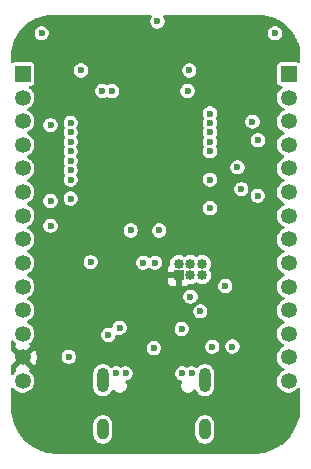
<source format=gbr>
%TF.GenerationSoftware,KiCad,Pcbnew,9.0.4*%
%TF.CreationDate,2025-11-28T03:43:33-08:00*%
%TF.ProjectId,ATmega32u4_Dev,41546d65-6761-4333-9275-345f4465762e,rev?*%
%TF.SameCoordinates,Original*%
%TF.FileFunction,Copper,L3,Inr*%
%TF.FilePolarity,Positive*%
%FSLAX46Y46*%
G04 Gerber Fmt 4.6, Leading zero omitted, Abs format (unit mm)*
G04 Created by KiCad (PCBNEW 9.0.4) date 2025-11-28 03:43:33*
%MOMM*%
%LPD*%
G01*
G04 APERTURE LIST*
%TA.AperFunction,ComponentPad*%
%ADD10R,1.350000X1.350000*%
%TD*%
%TA.AperFunction,ComponentPad*%
%ADD11C,1.350000*%
%TD*%
%TA.AperFunction,ComponentPad*%
%ADD12R,0.850000X0.850000*%
%TD*%
%TA.AperFunction,ComponentPad*%
%ADD13C,0.850000*%
%TD*%
%TA.AperFunction,ComponentPad*%
%ADD14O,1.000000X2.100000*%
%TD*%
%TA.AperFunction,ComponentPad*%
%ADD15O,1.000000X1.800000*%
%TD*%
%TA.AperFunction,ViaPad*%
%ADD16C,0.600000*%
%TD*%
G04 APERTURE END LIST*
D10*
%TO.N,/PD7*%
%TO.C,J3*%
X170250000Y-85450000D03*
D11*
%TO.N,/PD6*%
X170250000Y-87450000D03*
%TO.N,/PD4*%
X170250000Y-89450000D03*
%TO.N,/PD5*%
X170250000Y-91450000D03*
%TO.N,/PD3*%
X170250000Y-93450000D03*
%TO.N,/PD2*%
X170250000Y-95450000D03*
%TO.N,/PD1*%
X170250000Y-97450000D03*
%TO.N,/PD0*%
X170250000Y-99450000D03*
%TO.N,/PB7*%
X170250000Y-101450000D03*
%TO.N,/PB0*%
X170250000Y-103450000D03*
%TO.N,SCL*%
X170250000Y-105450000D03*
%TO.N,MOSI*%
X170250000Y-107450000D03*
%TO.N,MISO*%
X170250000Y-109450000D03*
%TO.N,Reset*%
X170250000Y-111450000D03*
%TD*%
D12*
%TO.N,MCU_5V*%
%TO.C,J2*%
X160950000Y-102500000D03*
D13*
%TO.N,SCL*%
X160950000Y-101500000D03*
%TO.N,GND*%
X161950000Y-102500000D03*
%TO.N,MOSI*%
X161950000Y-101500000D03*
%TO.N,Reset*%
X162950000Y-102500000D03*
%TO.N,MISO*%
X162950000Y-101500000D03*
%TD*%
D14*
%TO.N,GND*%
%TO.C,J1*%
X154530000Y-111370000D03*
X163170000Y-111370000D03*
D15*
X154530000Y-115550000D03*
X163170000Y-115550000D03*
%TD*%
D10*
%TO.N,/PB4*%
%TO.C,J4*%
X147750000Y-85450000D03*
D11*
%TO.N,/PB5*%
X147750000Y-87450000D03*
%TO.N,/PB6*%
X147750000Y-89450000D03*
%TO.N,/PC6*%
X147750000Y-91450000D03*
%TO.N,GND*%
X147750000Y-93450000D03*
%TO.N,/PF7*%
X147750000Y-95450000D03*
%TO.N,/PF6*%
X147750000Y-97450000D03*
%TO.N,/PF0*%
X147750000Y-99450000D03*
%TO.N,/PF1*%
X147750000Y-101450000D03*
%TO.N,/PF4*%
X147750000Y-103450000D03*
%TO.N,/PF5*%
X147750000Y-105450000D03*
%TO.N,/PE6*%
X147750000Y-107450000D03*
%TO.N,MCU_5V*%
X147750000Y-109450000D03*
%TO.N,GND*%
X147750000Y-111450000D03*
%TD*%
D16*
%TO.N,GND*%
X165925000Y-93350000D03*
X167675000Y-91050000D03*
%TO.N,/VBUS*%
X161250000Y-110795000D03*
X156450000Y-110795000D03*
%TO.N,/PC7*%
X162780000Y-105550000D03*
%TO.N,GND*%
X163800000Y-108550000D03*
%TO.N,MCU_5V*%
X166500000Y-105550000D03*
%TO.N,GND*%
X165500000Y-108525000D03*
X149350000Y-82000000D03*
X156900000Y-98700000D03*
X161850000Y-85150000D03*
X152680000Y-85150000D03*
X151800000Y-89600000D03*
X151800000Y-96000000D03*
X161950000Y-104300000D03*
X155000000Y-107550000D03*
X166250000Y-95200000D03*
X155650000Y-110795000D03*
X153500000Y-101380000D03*
X150100000Y-98310000D03*
X158850000Y-108650000D03*
X167200000Y-89500000D03*
X159150000Y-81000000D03*
X155950000Y-106940000D03*
X164900000Y-103400000D03*
X157950000Y-101430000D03*
X151650000Y-109400000D03*
X162050000Y-110795000D03*
X150100000Y-96200000D03*
X161700000Y-86900000D03*
X163600000Y-94400000D03*
X167650000Y-95750000D03*
X150100000Y-89780000D03*
X158950000Y-101430000D03*
X161200000Y-107040000D03*
X169100000Y-82000000D03*
%TO.N,MCU_5V*%
X158850000Y-106100000D03*
X150100000Y-88820000D03*
X158950000Y-100470000D03*
X160900000Y-85160000D03*
X153500000Y-100420000D03*
X160990000Y-104300000D03*
X150100000Y-97350000D03*
X165300000Y-95200000D03*
X154550000Y-105765000D03*
%TO.N,/PD2*%
X163600000Y-90400000D03*
%TO.N,/PB7*%
X163600000Y-96800000D03*
%TO.N,/PD0*%
X163600000Y-92000000D03*
%TO.N,/PB0*%
X159300000Y-98700000D03*
%TO.N,/PD3*%
X163600000Y-89600000D03*
%TO.N,/PC7*%
X154500000Y-86900000D03*
%TO.N,/PD1*%
X163600000Y-91200000D03*
%TO.N,/PC6*%
X155300000Y-86900000D03*
%TO.N,/PF4*%
X151800000Y-92800000D03*
%TO.N,/PF5*%
X151800000Y-92000000D03*
%TO.N,/PD5*%
X163600000Y-88800000D03*
%TO.N,/PF7*%
X151800000Y-90400000D03*
%TO.N,/PF6*%
X151800000Y-91200000D03*
%TO.N,/PF1*%
X151800000Y-93600000D03*
%TO.N,/PF0*%
X151800000Y-94400000D03*
%TD*%
%TA.AperFunction,Conductor*%
%TO.N,MCU_5V*%
G36*
X158626120Y-80470185D02*
G01*
X158671875Y-80522989D01*
X158681819Y-80592147D01*
X158666469Y-80636499D01*
X158590423Y-80768215D01*
X158590423Y-80768216D01*
X158549500Y-80920943D01*
X158549500Y-81079056D01*
X158590423Y-81231783D01*
X158590426Y-81231790D01*
X158669475Y-81368709D01*
X158669479Y-81368714D01*
X158669480Y-81368716D01*
X158781284Y-81480520D01*
X158781286Y-81480521D01*
X158781290Y-81480524D01*
X158848765Y-81519480D01*
X158918216Y-81559577D01*
X159070943Y-81600500D01*
X159070945Y-81600500D01*
X159229055Y-81600500D01*
X159229057Y-81600500D01*
X159381784Y-81559577D01*
X159518716Y-81480520D01*
X159630520Y-81368716D01*
X159709577Y-81231784D01*
X159750500Y-81079057D01*
X159750500Y-80920943D01*
X159709577Y-80768216D01*
X159633531Y-80636499D01*
X159617059Y-80568599D01*
X159639912Y-80502572D01*
X159694834Y-80459382D01*
X159740919Y-80450500D01*
X167684108Y-80450500D01*
X167746949Y-80450500D01*
X167753032Y-80450648D01*
X168086929Y-80467052D01*
X168099037Y-80468245D01*
X168112116Y-80470185D01*
X168426699Y-80516849D01*
X168438617Y-80519219D01*
X168759951Y-80599709D01*
X168771588Y-80603240D01*
X168842806Y-80628722D01*
X169083467Y-80714832D01*
X169094688Y-80719479D01*
X169394163Y-80861120D01*
X169404871Y-80866844D01*
X169688988Y-81037137D01*
X169699103Y-81043895D01*
X169919913Y-81207659D01*
X169965170Y-81241224D01*
X169974576Y-81248944D01*
X170220013Y-81471395D01*
X170228604Y-81479986D01*
X170300741Y-81559577D01*
X170451055Y-81725423D01*
X170458775Y-81734829D01*
X170656102Y-82000893D01*
X170662862Y-82011011D01*
X170795187Y-82231783D01*
X170833148Y-82295116D01*
X170838883Y-82305844D01*
X170978244Y-82600499D01*
X170980514Y-82605297D01*
X170985170Y-82616540D01*
X171096759Y-82928411D01*
X171100292Y-82940055D01*
X171180777Y-83261369D01*
X171183151Y-83273305D01*
X171231754Y-83600962D01*
X171232947Y-83613071D01*
X171249351Y-83946966D01*
X171249500Y-83953051D01*
X171249500Y-84399490D01*
X171229815Y-84466529D01*
X171177011Y-84512284D01*
X171107853Y-84522228D01*
X171075414Y-84512925D01*
X171060211Y-84506212D01*
X170994991Y-84477415D01*
X170969865Y-84474500D01*
X169530143Y-84474500D01*
X169530117Y-84474502D01*
X169505012Y-84477413D01*
X169505008Y-84477415D01*
X169402235Y-84522793D01*
X169322794Y-84602234D01*
X169277415Y-84705006D01*
X169277415Y-84705008D01*
X169274500Y-84730131D01*
X169274500Y-86169856D01*
X169274502Y-86169882D01*
X169277413Y-86194987D01*
X169277415Y-86194991D01*
X169322793Y-86297764D01*
X169322794Y-86297765D01*
X169402235Y-86377206D01*
X169505009Y-86422585D01*
X169530135Y-86425500D01*
X169618647Y-86425499D01*
X169685683Y-86445183D01*
X169731439Y-86497986D01*
X169741383Y-86567145D01*
X169712359Y-86630701D01*
X169687537Y-86652600D01*
X169628158Y-86692277D01*
X169628151Y-86692282D01*
X169492282Y-86828151D01*
X169492279Y-86828155D01*
X169385521Y-86987929D01*
X169385520Y-86987931D01*
X169311989Y-87165452D01*
X169311986Y-87165464D01*
X169274500Y-87353917D01*
X169274500Y-87546082D01*
X169311986Y-87734535D01*
X169311989Y-87734547D01*
X169385520Y-87912068D01*
X169385521Y-87912070D01*
X169492279Y-88071844D01*
X169492282Y-88071848D01*
X169628151Y-88207717D01*
X169628155Y-88207720D01*
X169787927Y-88314477D01*
X169787928Y-88314477D01*
X169787929Y-88314478D01*
X169838533Y-88335439D01*
X169892936Y-88379280D01*
X169915001Y-88445574D01*
X169897722Y-88513274D01*
X169846584Y-88560884D01*
X169838533Y-88564561D01*
X169787929Y-88585521D01*
X169628155Y-88692279D01*
X169628151Y-88692282D01*
X169492282Y-88828151D01*
X169492279Y-88828155D01*
X169385521Y-88987929D01*
X169385520Y-88987931D01*
X169311989Y-89165452D01*
X169311986Y-89165464D01*
X169274500Y-89353917D01*
X169274500Y-89546082D01*
X169311986Y-89734535D01*
X169311989Y-89734547D01*
X169385520Y-89912068D01*
X169385521Y-89912070D01*
X169492279Y-90071844D01*
X169492282Y-90071848D01*
X169628151Y-90207717D01*
X169628155Y-90207720D01*
X169787927Y-90314477D01*
X169787928Y-90314477D01*
X169787929Y-90314478D01*
X169838533Y-90335439D01*
X169892936Y-90379280D01*
X169915001Y-90445574D01*
X169897722Y-90513274D01*
X169846584Y-90560884D01*
X169838533Y-90564561D01*
X169787929Y-90585521D01*
X169628155Y-90692279D01*
X169628151Y-90692282D01*
X169492282Y-90828151D01*
X169492279Y-90828155D01*
X169385521Y-90987929D01*
X169385520Y-90987931D01*
X169311989Y-91165452D01*
X169311986Y-91165464D01*
X169274500Y-91353917D01*
X169274500Y-91546082D01*
X169311986Y-91734535D01*
X169311989Y-91734547D01*
X169385520Y-91912068D01*
X169385521Y-91912070D01*
X169492279Y-92071844D01*
X169492282Y-92071848D01*
X169628151Y-92207717D01*
X169628155Y-92207720D01*
X169787927Y-92314477D01*
X169787928Y-92314477D01*
X169787929Y-92314478D01*
X169838533Y-92335439D01*
X169892936Y-92379280D01*
X169915001Y-92445574D01*
X169897722Y-92513274D01*
X169846584Y-92560884D01*
X169838533Y-92564561D01*
X169787929Y-92585521D01*
X169628155Y-92692279D01*
X169628151Y-92692282D01*
X169492282Y-92828151D01*
X169492279Y-92828155D01*
X169385521Y-92987929D01*
X169385520Y-92987931D01*
X169311989Y-93165452D01*
X169311986Y-93165464D01*
X169274500Y-93353917D01*
X169274500Y-93546082D01*
X169311986Y-93734535D01*
X169311989Y-93734547D01*
X169385520Y-93912068D01*
X169385521Y-93912070D01*
X169492279Y-94071844D01*
X169492282Y-94071848D01*
X169628151Y-94207717D01*
X169628155Y-94207720D01*
X169787927Y-94314477D01*
X169787928Y-94314477D01*
X169787929Y-94314478D01*
X169838533Y-94335439D01*
X169892936Y-94379280D01*
X169915001Y-94445574D01*
X169897722Y-94513274D01*
X169846584Y-94560884D01*
X169838533Y-94564561D01*
X169787929Y-94585521D01*
X169628155Y-94692279D01*
X169628151Y-94692282D01*
X169492282Y-94828151D01*
X169492279Y-94828155D01*
X169385521Y-94987929D01*
X169385520Y-94987931D01*
X169311989Y-95165452D01*
X169311986Y-95165464D01*
X169274500Y-95353917D01*
X169274500Y-95546082D01*
X169311986Y-95734535D01*
X169311989Y-95734547D01*
X169385520Y-95912068D01*
X169385521Y-95912070D01*
X169492279Y-96071844D01*
X169492282Y-96071848D01*
X169628151Y-96207717D01*
X169628155Y-96207720D01*
X169787927Y-96314477D01*
X169787928Y-96314477D01*
X169787929Y-96314478D01*
X169838533Y-96335439D01*
X169892936Y-96379280D01*
X169915001Y-96445574D01*
X169897722Y-96513274D01*
X169846584Y-96560884D01*
X169838533Y-96564561D01*
X169787929Y-96585521D01*
X169628155Y-96692279D01*
X169628151Y-96692282D01*
X169492282Y-96828151D01*
X169492279Y-96828155D01*
X169385521Y-96987929D01*
X169385520Y-96987931D01*
X169311989Y-97165452D01*
X169311986Y-97165464D01*
X169274500Y-97353917D01*
X169274500Y-97546082D01*
X169311986Y-97734535D01*
X169311989Y-97734547D01*
X169385520Y-97912068D01*
X169385521Y-97912070D01*
X169492279Y-98071844D01*
X169492282Y-98071848D01*
X169628151Y-98207717D01*
X169628155Y-98207720D01*
X169787927Y-98314477D01*
X169787928Y-98314477D01*
X169787929Y-98314478D01*
X169838533Y-98335439D01*
X169892936Y-98379280D01*
X169915001Y-98445574D01*
X169897722Y-98513274D01*
X169846584Y-98560884D01*
X169838533Y-98564561D01*
X169787929Y-98585521D01*
X169628155Y-98692279D01*
X169628151Y-98692282D01*
X169492282Y-98828151D01*
X169492279Y-98828155D01*
X169385521Y-98987929D01*
X169385520Y-98987931D01*
X169311989Y-99165452D01*
X169311986Y-99165464D01*
X169274500Y-99353917D01*
X169274500Y-99546082D01*
X169311986Y-99734535D01*
X169311989Y-99734547D01*
X169385520Y-99912068D01*
X169385521Y-99912070D01*
X169492279Y-100071844D01*
X169492282Y-100071848D01*
X169628151Y-100207717D01*
X169628155Y-100207720D01*
X169787927Y-100314477D01*
X169787928Y-100314477D01*
X169787929Y-100314478D01*
X169838533Y-100335439D01*
X169892936Y-100379280D01*
X169915001Y-100445574D01*
X169897722Y-100513274D01*
X169846584Y-100560884D01*
X169838533Y-100564561D01*
X169787929Y-100585521D01*
X169628155Y-100692279D01*
X169628151Y-100692282D01*
X169492282Y-100828151D01*
X169492279Y-100828155D01*
X169385521Y-100987929D01*
X169385520Y-100987931D01*
X169311989Y-101165452D01*
X169311986Y-101165464D01*
X169274500Y-101353917D01*
X169274500Y-101546082D01*
X169311986Y-101734535D01*
X169311989Y-101734547D01*
X169385520Y-101912068D01*
X169385521Y-101912070D01*
X169492279Y-102071844D01*
X169492282Y-102071848D01*
X169628151Y-102207717D01*
X169628155Y-102207720D01*
X169787927Y-102314477D01*
X169787928Y-102314477D01*
X169787929Y-102314478D01*
X169838533Y-102335439D01*
X169892936Y-102379280D01*
X169915001Y-102445574D01*
X169897722Y-102513274D01*
X169846584Y-102560884D01*
X169838533Y-102564561D01*
X169787929Y-102585521D01*
X169628155Y-102692279D01*
X169628151Y-102692282D01*
X169492282Y-102828151D01*
X169492279Y-102828155D01*
X169385521Y-102987929D01*
X169385520Y-102987931D01*
X169311989Y-103165452D01*
X169311986Y-103165464D01*
X169274500Y-103353917D01*
X169274500Y-103546082D01*
X169311986Y-103734535D01*
X169311989Y-103734547D01*
X169385520Y-103912068D01*
X169385521Y-103912070D01*
X169492279Y-104071844D01*
X169492282Y-104071848D01*
X169628151Y-104207717D01*
X169628155Y-104207720D01*
X169787927Y-104314477D01*
X169787928Y-104314477D01*
X169787929Y-104314478D01*
X169838533Y-104335439D01*
X169892936Y-104379280D01*
X169915001Y-104445574D01*
X169897722Y-104513274D01*
X169846584Y-104560884D01*
X169838533Y-104564561D01*
X169787929Y-104585521D01*
X169628155Y-104692279D01*
X169628151Y-104692282D01*
X169492282Y-104828151D01*
X169492279Y-104828155D01*
X169385521Y-104987929D01*
X169385520Y-104987931D01*
X169311989Y-105165452D01*
X169311986Y-105165464D01*
X169274500Y-105353917D01*
X169274500Y-105546082D01*
X169311986Y-105734535D01*
X169311989Y-105734547D01*
X169385520Y-105912068D01*
X169385521Y-105912070D01*
X169492279Y-106071844D01*
X169492282Y-106071848D01*
X169628151Y-106207717D01*
X169628155Y-106207720D01*
X169787927Y-106314477D01*
X169787928Y-106314477D01*
X169787929Y-106314478D01*
X169838533Y-106335439D01*
X169892936Y-106379280D01*
X169915001Y-106445574D01*
X169897722Y-106513274D01*
X169846584Y-106560884D01*
X169838533Y-106564561D01*
X169787929Y-106585521D01*
X169628155Y-106692279D01*
X169628151Y-106692282D01*
X169492282Y-106828151D01*
X169492279Y-106828155D01*
X169385521Y-106987929D01*
X169385520Y-106987931D01*
X169311989Y-107165452D01*
X169311986Y-107165464D01*
X169274500Y-107353917D01*
X169274500Y-107546082D01*
X169311986Y-107734535D01*
X169311989Y-107734547D01*
X169385520Y-107912068D01*
X169385521Y-107912070D01*
X169492279Y-108071844D01*
X169492282Y-108071848D01*
X169628151Y-108207717D01*
X169628155Y-108207720D01*
X169787927Y-108314477D01*
X169787928Y-108314477D01*
X169787929Y-108314478D01*
X169838533Y-108335439D01*
X169892936Y-108379280D01*
X169915001Y-108445574D01*
X169897722Y-108513274D01*
X169846584Y-108560884D01*
X169838533Y-108564561D01*
X169787929Y-108585521D01*
X169628155Y-108692279D01*
X169628151Y-108692282D01*
X169492282Y-108828151D01*
X169492279Y-108828155D01*
X169385521Y-108987929D01*
X169385520Y-108987931D01*
X169311989Y-109165452D01*
X169311986Y-109165464D01*
X169274500Y-109353917D01*
X169274500Y-109546082D01*
X169311986Y-109734535D01*
X169311989Y-109734547D01*
X169385520Y-109912068D01*
X169385521Y-109912070D01*
X169492279Y-110071844D01*
X169492282Y-110071848D01*
X169628151Y-110207717D01*
X169628155Y-110207720D01*
X169787927Y-110314477D01*
X169787928Y-110314477D01*
X169787929Y-110314478D01*
X169838533Y-110335439D01*
X169892936Y-110379280D01*
X169915001Y-110445574D01*
X169897722Y-110513274D01*
X169846584Y-110560884D01*
X169838533Y-110564561D01*
X169787929Y-110585521D01*
X169628155Y-110692279D01*
X169628151Y-110692282D01*
X169492282Y-110828151D01*
X169492279Y-110828155D01*
X169385521Y-110987929D01*
X169385520Y-110987931D01*
X169311989Y-111165452D01*
X169311986Y-111165464D01*
X169274500Y-111353917D01*
X169274500Y-111546082D01*
X169311986Y-111734535D01*
X169311989Y-111734547D01*
X169385520Y-111912068D01*
X169385521Y-111912070D01*
X169492279Y-112071844D01*
X169492282Y-112071848D01*
X169628151Y-112207717D01*
X169628155Y-112207720D01*
X169787927Y-112314477D01*
X169787928Y-112314477D01*
X169787929Y-112314478D01*
X169787931Y-112314479D01*
X169826646Y-112330515D01*
X169965457Y-112388012D01*
X170153917Y-112425499D01*
X170153920Y-112425500D01*
X170153922Y-112425500D01*
X170346080Y-112425500D01*
X170346081Y-112425499D01*
X170534543Y-112388012D01*
X170712073Y-112314477D01*
X170871845Y-112207720D01*
X171007720Y-112071845D01*
X171022397Y-112049878D01*
X171076009Y-112005073D01*
X171145334Y-111996366D01*
X171208362Y-112026520D01*
X171245082Y-112085963D01*
X171249500Y-112118769D01*
X171249500Y-113647128D01*
X171249368Y-113652855D01*
X171232703Y-114013303D01*
X171231646Y-114024707D01*
X171182192Y-114379231D01*
X171180087Y-114390490D01*
X171098135Y-114738931D01*
X171095001Y-114749947D01*
X170981243Y-115089355D01*
X170977105Y-115100035D01*
X170832523Y-115427482D01*
X170827418Y-115437735D01*
X170653234Y-115750452D01*
X170647205Y-115760190D01*
X170444906Y-116055512D01*
X170438003Y-116064652D01*
X170209328Y-116340035D01*
X170201612Y-116348499D01*
X169948499Y-116601612D01*
X169940035Y-116609328D01*
X169664652Y-116838003D01*
X169655512Y-116844906D01*
X169360190Y-117047205D01*
X169350452Y-117053234D01*
X169037735Y-117227418D01*
X169027482Y-117232523D01*
X168700035Y-117377105D01*
X168689355Y-117381243D01*
X168349947Y-117495001D01*
X168338931Y-117498135D01*
X167990490Y-117580087D01*
X167979231Y-117582192D01*
X167624707Y-117631646D01*
X167613303Y-117632703D01*
X167252855Y-117649368D01*
X167247128Y-117649500D01*
X150752872Y-117649500D01*
X150747145Y-117649368D01*
X150386696Y-117632703D01*
X150375292Y-117631646D01*
X150020768Y-117582192D01*
X150009509Y-117580087D01*
X149661068Y-117498135D01*
X149650052Y-117495001D01*
X149310644Y-117381243D01*
X149299964Y-117377105D01*
X148972517Y-117232523D01*
X148962264Y-117227418D01*
X148649547Y-117053234D01*
X148639809Y-117047205D01*
X148344487Y-116844906D01*
X148335347Y-116838003D01*
X148059964Y-116609328D01*
X148051500Y-116601612D01*
X147798387Y-116348499D01*
X147790671Y-116340035D01*
X147781656Y-116329179D01*
X147561994Y-116064649D01*
X147555093Y-116055512D01*
X147536826Y-116028846D01*
X147352794Y-115760190D01*
X147346765Y-115750452D01*
X147257283Y-115589803D01*
X147172579Y-115437731D01*
X147167476Y-115427482D01*
X147022889Y-115100022D01*
X147018761Y-115089368D01*
X147012656Y-115071153D01*
X153729500Y-115071153D01*
X153729500Y-116028846D01*
X153760261Y-116183489D01*
X153760264Y-116183501D01*
X153820602Y-116329172D01*
X153820609Y-116329185D01*
X153908210Y-116460288D01*
X153908213Y-116460292D01*
X154019707Y-116571786D01*
X154019711Y-116571789D01*
X154150814Y-116659390D01*
X154150827Y-116659397D01*
X154296498Y-116719735D01*
X154296503Y-116719737D01*
X154451153Y-116750499D01*
X154451156Y-116750500D01*
X154451158Y-116750500D01*
X154608844Y-116750500D01*
X154608845Y-116750499D01*
X154763497Y-116719737D01*
X154909179Y-116659394D01*
X155040289Y-116571789D01*
X155151789Y-116460289D01*
X155239394Y-116329179D01*
X155299737Y-116183497D01*
X155330500Y-116028842D01*
X155330500Y-115071158D01*
X155330500Y-115071155D01*
X155330499Y-115071153D01*
X162369500Y-115071153D01*
X162369500Y-116028846D01*
X162400261Y-116183489D01*
X162400264Y-116183501D01*
X162460602Y-116329172D01*
X162460609Y-116329185D01*
X162548210Y-116460288D01*
X162548213Y-116460292D01*
X162659707Y-116571786D01*
X162659711Y-116571789D01*
X162790814Y-116659390D01*
X162790827Y-116659397D01*
X162936498Y-116719735D01*
X162936503Y-116719737D01*
X163091153Y-116750499D01*
X163091156Y-116750500D01*
X163091158Y-116750500D01*
X163248844Y-116750500D01*
X163248845Y-116750499D01*
X163403497Y-116719737D01*
X163549179Y-116659394D01*
X163680289Y-116571789D01*
X163791789Y-116460289D01*
X163879394Y-116329179D01*
X163939737Y-116183497D01*
X163970500Y-116028842D01*
X163970500Y-115071158D01*
X163970500Y-115071155D01*
X163970499Y-115071153D01*
X163939738Y-114916510D01*
X163939737Y-114916503D01*
X163939735Y-114916498D01*
X163879397Y-114770827D01*
X163879390Y-114770814D01*
X163791789Y-114639711D01*
X163791786Y-114639707D01*
X163680292Y-114528213D01*
X163680288Y-114528210D01*
X163549185Y-114440609D01*
X163549172Y-114440602D01*
X163403501Y-114380264D01*
X163403489Y-114380261D01*
X163248845Y-114349500D01*
X163248842Y-114349500D01*
X163091158Y-114349500D01*
X163091155Y-114349500D01*
X162936510Y-114380261D01*
X162936498Y-114380264D01*
X162790827Y-114440602D01*
X162790814Y-114440609D01*
X162659711Y-114528210D01*
X162659707Y-114528213D01*
X162548213Y-114639707D01*
X162548210Y-114639711D01*
X162460609Y-114770814D01*
X162460602Y-114770827D01*
X162400264Y-114916498D01*
X162400261Y-114916510D01*
X162369500Y-115071153D01*
X155330499Y-115071153D01*
X155299738Y-114916510D01*
X155299737Y-114916503D01*
X155299735Y-114916498D01*
X155239397Y-114770827D01*
X155239390Y-114770814D01*
X155151789Y-114639711D01*
X155151786Y-114639707D01*
X155040292Y-114528213D01*
X155040288Y-114528210D01*
X154909185Y-114440609D01*
X154909172Y-114440602D01*
X154763501Y-114380264D01*
X154763489Y-114380261D01*
X154608845Y-114349500D01*
X154608842Y-114349500D01*
X154451158Y-114349500D01*
X154451155Y-114349500D01*
X154296510Y-114380261D01*
X154296498Y-114380264D01*
X154150827Y-114440602D01*
X154150814Y-114440609D01*
X154019711Y-114528210D01*
X154019707Y-114528213D01*
X153908213Y-114639707D01*
X153908210Y-114639711D01*
X153820609Y-114770814D01*
X153820602Y-114770827D01*
X153760264Y-114916498D01*
X153760261Y-114916510D01*
X153729500Y-115071153D01*
X147012656Y-115071153D01*
X146904994Y-114749934D01*
X146901867Y-114738944D01*
X146819910Y-114390482D01*
X146817807Y-114379231D01*
X146768353Y-114024707D01*
X146767296Y-114013303D01*
X146750632Y-113652855D01*
X146750500Y-113647128D01*
X146750500Y-112118769D01*
X146770185Y-112051730D01*
X146822989Y-112005975D01*
X146892147Y-111996031D01*
X146955703Y-112025056D01*
X146977601Y-112049877D01*
X146984722Y-112060534D01*
X146992281Y-112071847D01*
X147128151Y-112207717D01*
X147128155Y-112207720D01*
X147287927Y-112314477D01*
X147287928Y-112314477D01*
X147287929Y-112314478D01*
X147287931Y-112314479D01*
X147326646Y-112330515D01*
X147465457Y-112388012D01*
X147653917Y-112425499D01*
X147653920Y-112425500D01*
X147653922Y-112425500D01*
X147846080Y-112425500D01*
X147846081Y-112425499D01*
X148034543Y-112388012D01*
X148212073Y-112314477D01*
X148371845Y-112207720D01*
X148507720Y-112071845D01*
X148614477Y-111912073D01*
X148688012Y-111734543D01*
X148725500Y-111546078D01*
X148725500Y-111353922D01*
X148725500Y-111353919D01*
X148725499Y-111353917D01*
X148688013Y-111165464D01*
X148688012Y-111165457D01*
X148614477Y-110987927D01*
X148507720Y-110828155D01*
X148507717Y-110828151D01*
X148503946Y-110824380D01*
X148503932Y-110824367D01*
X148420718Y-110741153D01*
X153729500Y-110741153D01*
X153729500Y-111998846D01*
X153760261Y-112153489D01*
X153760264Y-112153501D01*
X153820602Y-112299172D01*
X153820609Y-112299185D01*
X153908210Y-112430288D01*
X153908213Y-112430292D01*
X154019707Y-112541786D01*
X154019711Y-112541789D01*
X154150814Y-112629390D01*
X154150827Y-112629397D01*
X154296498Y-112689735D01*
X154296503Y-112689737D01*
X154451153Y-112720499D01*
X154451156Y-112720500D01*
X154451158Y-112720500D01*
X154608844Y-112720500D01*
X154608845Y-112720499D01*
X154763497Y-112689737D01*
X154909179Y-112629394D01*
X155040289Y-112541789D01*
X155151789Y-112430289D01*
X155239394Y-112299179D01*
X155239396Y-112299175D01*
X155239397Y-112299173D01*
X155270104Y-112225038D01*
X155313944Y-112170634D01*
X155380238Y-112148569D01*
X155447938Y-112165848D01*
X155492050Y-112210488D01*
X155499485Y-112223365D01*
X155606635Y-112330515D01*
X155737865Y-112406281D01*
X155884234Y-112445500D01*
X155884236Y-112445500D01*
X156035764Y-112445500D01*
X156035766Y-112445500D01*
X156182135Y-112406281D01*
X156313365Y-112330515D01*
X156420515Y-112223365D01*
X156496281Y-112092135D01*
X156535500Y-111945766D01*
X156535500Y-111794234D01*
X156496281Y-111647865D01*
X156455288Y-111576864D01*
X156438816Y-111508966D01*
X156461668Y-111442939D01*
X156516589Y-111399748D01*
X156530565Y-111395095D01*
X156681784Y-111354577D01*
X156818716Y-111275520D01*
X156930520Y-111163716D01*
X157009577Y-111026784D01*
X157050500Y-110874057D01*
X157050500Y-110715943D01*
X160649500Y-110715943D01*
X160649500Y-110874057D01*
X160680013Y-110987931D01*
X160690423Y-111026783D01*
X160690426Y-111026790D01*
X160769475Y-111163709D01*
X160769479Y-111163714D01*
X160769480Y-111163716D01*
X160881284Y-111275520D01*
X160881286Y-111275521D01*
X160881290Y-111275524D01*
X160982047Y-111333695D01*
X161018216Y-111354577D01*
X161169418Y-111395091D01*
X161229077Y-111431455D01*
X161259606Y-111494302D01*
X161251311Y-111563677D01*
X161244710Y-111576865D01*
X161203720Y-111647861D01*
X161203720Y-111647862D01*
X161164500Y-111794234D01*
X161164500Y-111945765D01*
X161203719Y-112092136D01*
X161239149Y-112153501D01*
X161279485Y-112223365D01*
X161386635Y-112330515D01*
X161517865Y-112406281D01*
X161664234Y-112445500D01*
X161664236Y-112445500D01*
X161815764Y-112445500D01*
X161815766Y-112445500D01*
X161962135Y-112406281D01*
X162093365Y-112330515D01*
X162200515Y-112223365D01*
X162207947Y-112210491D01*
X162258508Y-112162277D01*
X162327115Y-112149051D01*
X162391981Y-112175016D01*
X162429895Y-112225037D01*
X162460604Y-112299175D01*
X162460609Y-112299185D01*
X162548210Y-112430288D01*
X162548213Y-112430292D01*
X162659707Y-112541786D01*
X162659711Y-112541789D01*
X162790814Y-112629390D01*
X162790827Y-112629397D01*
X162936498Y-112689735D01*
X162936503Y-112689737D01*
X163091153Y-112720499D01*
X163091156Y-112720500D01*
X163091158Y-112720500D01*
X163248844Y-112720500D01*
X163248845Y-112720499D01*
X163403497Y-112689737D01*
X163549179Y-112629394D01*
X163680289Y-112541789D01*
X163791789Y-112430289D01*
X163879394Y-112299179D01*
X163939737Y-112153497D01*
X163970500Y-111998842D01*
X163970500Y-110741158D01*
X163970500Y-110741155D01*
X163970499Y-110741153D01*
X163957028Y-110673430D01*
X163939737Y-110586503D01*
X163935278Y-110575738D01*
X163879397Y-110440827D01*
X163879390Y-110440814D01*
X163791789Y-110309711D01*
X163791786Y-110309707D01*
X163680292Y-110198213D01*
X163680288Y-110198210D01*
X163549185Y-110110609D01*
X163549172Y-110110602D01*
X163403501Y-110050264D01*
X163403489Y-110050261D01*
X163248845Y-110019500D01*
X163248842Y-110019500D01*
X163091158Y-110019500D01*
X163091155Y-110019500D01*
X162936510Y-110050261D01*
X162936498Y-110050264D01*
X162790827Y-110110602D01*
X162790814Y-110110609D01*
X162659711Y-110198210D01*
X162565068Y-110292853D01*
X162503744Y-110326337D01*
X162434053Y-110321353D01*
X162415387Y-110312558D01*
X162281786Y-110235424D01*
X162281785Y-110235423D01*
X162281784Y-110235423D01*
X162129057Y-110194500D01*
X161970943Y-110194500D01*
X161818216Y-110235423D01*
X161818215Y-110235423D01*
X161711999Y-110296746D01*
X161644098Y-110313217D01*
X161588001Y-110296746D01*
X161481784Y-110235423D01*
X161329057Y-110194500D01*
X161170943Y-110194500D01*
X161018216Y-110235423D01*
X161018209Y-110235426D01*
X160881290Y-110314475D01*
X160881282Y-110314481D01*
X160769481Y-110426282D01*
X160769475Y-110426290D01*
X160690426Y-110563209D01*
X160690423Y-110563216D01*
X160649500Y-110715943D01*
X157050500Y-110715943D01*
X157009577Y-110563216D01*
X156980001Y-110511988D01*
X156930524Y-110426290D01*
X156930518Y-110426282D01*
X156818717Y-110314481D01*
X156818709Y-110314475D01*
X156681790Y-110235426D01*
X156681786Y-110235424D01*
X156681784Y-110235423D01*
X156529057Y-110194500D01*
X156370943Y-110194500D01*
X156218216Y-110235423D01*
X156218215Y-110235423D01*
X156111999Y-110296746D01*
X156044098Y-110313217D01*
X155988001Y-110296746D01*
X155881784Y-110235423D01*
X155729057Y-110194500D01*
X155570943Y-110194500D01*
X155418216Y-110235423D01*
X155418215Y-110235423D01*
X155284611Y-110312559D01*
X155216711Y-110329031D01*
X155150684Y-110306178D01*
X155134931Y-110292852D01*
X155040292Y-110198213D01*
X155040288Y-110198210D01*
X154909185Y-110110609D01*
X154909172Y-110110602D01*
X154763501Y-110050264D01*
X154763489Y-110050261D01*
X154608845Y-110019500D01*
X154608842Y-110019500D01*
X154451158Y-110019500D01*
X154451155Y-110019500D01*
X154296510Y-110050261D01*
X154296498Y-110050264D01*
X154150827Y-110110602D01*
X154150814Y-110110609D01*
X154019711Y-110198210D01*
X154019707Y-110198213D01*
X153908213Y-110309707D01*
X153908210Y-110309711D01*
X153820609Y-110440814D01*
X153820602Y-110440827D01*
X153760264Y-110586498D01*
X153760261Y-110586510D01*
X153729500Y-110741153D01*
X148420718Y-110741153D01*
X148371845Y-110692280D01*
X148335415Y-110667938D01*
X148328164Y-110661207D01*
X148315146Y-110639341D01*
X148298828Y-110619815D01*
X148297573Y-110609823D01*
X148292422Y-110601171D01*
X148293292Y-110575738D01*
X148290122Y-110550490D01*
X148294468Y-110541405D01*
X148294813Y-110531342D01*
X148309294Y-110510418D01*
X148320278Y-110487463D01*
X148330751Y-110479416D01*
X148334576Y-110473891D01*
X148341920Y-110470835D01*
X148356235Y-110459839D01*
X148365843Y-110454943D01*
X148365845Y-110454942D01*
X148386430Y-110439984D01*
X148386431Y-110439983D01*
X147796448Y-109850000D01*
X147802661Y-109850000D01*
X147904394Y-109822741D01*
X147995606Y-109770080D01*
X148070080Y-109695606D01*
X148122741Y-109604394D01*
X148150000Y-109502661D01*
X148150000Y-109496448D01*
X148739983Y-110086431D01*
X148739984Y-110086430D01*
X148754942Y-110065845D01*
X148754947Y-110065836D01*
X148838915Y-109901043D01*
X148838916Y-109901040D01*
X148896066Y-109725147D01*
X148925000Y-109542473D01*
X148925000Y-109357525D01*
X148920991Y-109332213D01*
X148919206Y-109320943D01*
X151049500Y-109320943D01*
X151049500Y-109479057D01*
X151067460Y-109546082D01*
X151090423Y-109631783D01*
X151090426Y-109631790D01*
X151169475Y-109768709D01*
X151169479Y-109768714D01*
X151169480Y-109768716D01*
X151281284Y-109880520D01*
X151281286Y-109880521D01*
X151281290Y-109880524D01*
X151418209Y-109959573D01*
X151418216Y-109959577D01*
X151570943Y-110000500D01*
X151570945Y-110000500D01*
X151729055Y-110000500D01*
X151729057Y-110000500D01*
X151881784Y-109959577D01*
X152018716Y-109880520D01*
X152130520Y-109768716D01*
X152209577Y-109631784D01*
X152250500Y-109479057D01*
X152250500Y-109320943D01*
X152209577Y-109168216D01*
X152187816Y-109130524D01*
X152130524Y-109031290D01*
X152130518Y-109031282D01*
X152018717Y-108919481D01*
X152018709Y-108919475D01*
X151881790Y-108840426D01*
X151881786Y-108840424D01*
X151881784Y-108840423D01*
X151729057Y-108799500D01*
X151570943Y-108799500D01*
X151418216Y-108840423D01*
X151418209Y-108840426D01*
X151281290Y-108919475D01*
X151281282Y-108919481D01*
X151169481Y-109031282D01*
X151169475Y-109031290D01*
X151090426Y-109168209D01*
X151090423Y-109168216D01*
X151049500Y-109320943D01*
X148919206Y-109320943D01*
X148896066Y-109174852D01*
X148838916Y-108998959D01*
X148838915Y-108998956D01*
X148754949Y-108834165D01*
X148739983Y-108813568D01*
X148150000Y-109403551D01*
X148150000Y-109397339D01*
X148122741Y-109295606D01*
X148070080Y-109204394D01*
X147995606Y-109129920D01*
X147904394Y-109077259D01*
X147802661Y-109050000D01*
X147796447Y-109050000D01*
X148275503Y-108570943D01*
X158249500Y-108570943D01*
X158249500Y-108729057D01*
X158279341Y-108840423D01*
X158290423Y-108881783D01*
X158290426Y-108881790D01*
X158369475Y-109018709D01*
X158369479Y-109018714D01*
X158369480Y-109018716D01*
X158481284Y-109130520D01*
X158481286Y-109130521D01*
X158481290Y-109130524D01*
X158558070Y-109174852D01*
X158618216Y-109209577D01*
X158770943Y-109250500D01*
X158770945Y-109250500D01*
X158929055Y-109250500D01*
X158929057Y-109250500D01*
X159081784Y-109209577D01*
X159218716Y-109130520D01*
X159330520Y-109018716D01*
X159409577Y-108881784D01*
X159450500Y-108729057D01*
X159450500Y-108570943D01*
X159423705Y-108470943D01*
X163199500Y-108470943D01*
X163199500Y-108629057D01*
X163233725Y-108756784D01*
X163240423Y-108781783D01*
X163240426Y-108781790D01*
X163319475Y-108918709D01*
X163319479Y-108918714D01*
X163319480Y-108918716D01*
X163431284Y-109030520D01*
X163431286Y-109030521D01*
X163431290Y-109030524D01*
X163524914Y-109084577D01*
X163568216Y-109109577D01*
X163720943Y-109150500D01*
X163720945Y-109150500D01*
X163879055Y-109150500D01*
X163879057Y-109150500D01*
X164031784Y-109109577D01*
X164168716Y-109030520D01*
X164280520Y-108918716D01*
X164359577Y-108781784D01*
X164400500Y-108629057D01*
X164400500Y-108470943D01*
X164393801Y-108445943D01*
X164899500Y-108445943D01*
X164899500Y-108604057D01*
X164932994Y-108729056D01*
X164940423Y-108756783D01*
X164940426Y-108756790D01*
X165019475Y-108893709D01*
X165019479Y-108893714D01*
X165019480Y-108893716D01*
X165131284Y-109005520D01*
X165131286Y-109005521D01*
X165131290Y-109005524D01*
X165175919Y-109031290D01*
X165268216Y-109084577D01*
X165420943Y-109125500D01*
X165420945Y-109125500D01*
X165579055Y-109125500D01*
X165579057Y-109125500D01*
X165731784Y-109084577D01*
X165868716Y-109005520D01*
X165980520Y-108893716D01*
X166059577Y-108756784D01*
X166100500Y-108604057D01*
X166100500Y-108445943D01*
X166059577Y-108293216D01*
X166052687Y-108281282D01*
X165980524Y-108156290D01*
X165980518Y-108156282D01*
X165868717Y-108044481D01*
X165868709Y-108044475D01*
X165731790Y-107965426D01*
X165731786Y-107965424D01*
X165731784Y-107965423D01*
X165579057Y-107924500D01*
X165420943Y-107924500D01*
X165268216Y-107965423D01*
X165268209Y-107965426D01*
X165131290Y-108044475D01*
X165131282Y-108044481D01*
X165019481Y-108156282D01*
X165019475Y-108156290D01*
X164940426Y-108293209D01*
X164940423Y-108293216D01*
X164899500Y-108445943D01*
X164393801Y-108445943D01*
X164359577Y-108318216D01*
X164359573Y-108318209D01*
X164280524Y-108181290D01*
X164280518Y-108181282D01*
X164168717Y-108069481D01*
X164168709Y-108069475D01*
X164031790Y-107990426D01*
X164031786Y-107990424D01*
X164031784Y-107990423D01*
X163879057Y-107949500D01*
X163720943Y-107949500D01*
X163568216Y-107990423D01*
X163568209Y-107990426D01*
X163431290Y-108069475D01*
X163431282Y-108069481D01*
X163319481Y-108181282D01*
X163319475Y-108181290D01*
X163240426Y-108318209D01*
X163240424Y-108318214D01*
X163240423Y-108318216D01*
X163199500Y-108470943D01*
X159423705Y-108470943D01*
X159409577Y-108418216D01*
X159391397Y-108386727D01*
X159330524Y-108281290D01*
X159330518Y-108281282D01*
X159218717Y-108169481D01*
X159218709Y-108169475D01*
X159081790Y-108090426D01*
X159081786Y-108090424D01*
X159081784Y-108090423D01*
X158929057Y-108049500D01*
X158770943Y-108049500D01*
X158618216Y-108090423D01*
X158618209Y-108090426D01*
X158481290Y-108169475D01*
X158481282Y-108169481D01*
X158369481Y-108281282D01*
X158369475Y-108281290D01*
X158290426Y-108418209D01*
X158290423Y-108418216D01*
X158249500Y-108570943D01*
X148275503Y-108570943D01*
X148324423Y-108522023D01*
X148290917Y-108353910D01*
X148292250Y-108338946D01*
X148288639Y-108324364D01*
X148295288Y-108304850D01*
X148297118Y-108284316D01*
X148306329Y-108272449D01*
X148311175Y-108258228D01*
X148336664Y-108233367D01*
X148339960Y-108229122D01*
X148341617Y-108228536D01*
X148343633Y-108226570D01*
X148371845Y-108207720D01*
X148507720Y-108071845D01*
X148614477Y-107912073D01*
X148688012Y-107734543D01*
X148725500Y-107546078D01*
X148725500Y-107470943D01*
X154399500Y-107470943D01*
X154399500Y-107629056D01*
X154440423Y-107781783D01*
X154440426Y-107781790D01*
X154519475Y-107918709D01*
X154519479Y-107918714D01*
X154519480Y-107918716D01*
X154631284Y-108030520D01*
X154631286Y-108030521D01*
X154631290Y-108030524D01*
X154727315Y-108085963D01*
X154768216Y-108109577D01*
X154920943Y-108150500D01*
X154920945Y-108150500D01*
X155079055Y-108150500D01*
X155079057Y-108150500D01*
X155231784Y-108109577D01*
X155368716Y-108030520D01*
X155480520Y-107918716D01*
X155559577Y-107781784D01*
X155600500Y-107629057D01*
X155600500Y-107629048D01*
X155601561Y-107620997D01*
X155602981Y-107621183D01*
X155620185Y-107562595D01*
X155672989Y-107516840D01*
X155742147Y-107506896D01*
X155756572Y-107509854D01*
X155870943Y-107540500D01*
X155870946Y-107540500D01*
X156029055Y-107540500D01*
X156029057Y-107540500D01*
X156181784Y-107499577D01*
X156318716Y-107420520D01*
X156430520Y-107308716D01*
X156509577Y-107171784D01*
X156550500Y-107019057D01*
X156550500Y-106960943D01*
X160599500Y-106960943D01*
X160599500Y-107119057D01*
X160616176Y-107181290D01*
X160640423Y-107271783D01*
X160640426Y-107271790D01*
X160719475Y-107408709D01*
X160719479Y-107408714D01*
X160719480Y-107408716D01*
X160831284Y-107520520D01*
X160831286Y-107520521D01*
X160831290Y-107520524D01*
X160968209Y-107599573D01*
X160968216Y-107599577D01*
X161120943Y-107640500D01*
X161120945Y-107640500D01*
X161279055Y-107640500D01*
X161279057Y-107640500D01*
X161431784Y-107599577D01*
X161568716Y-107520520D01*
X161680520Y-107408716D01*
X161759577Y-107271784D01*
X161800500Y-107119057D01*
X161800500Y-106960943D01*
X161759577Y-106808216D01*
X161701843Y-106708216D01*
X161680524Y-106671290D01*
X161680518Y-106671282D01*
X161568717Y-106559481D01*
X161568709Y-106559475D01*
X161431790Y-106480426D01*
X161431786Y-106480424D01*
X161431784Y-106480423D01*
X161279057Y-106439500D01*
X161120943Y-106439500D01*
X160968216Y-106480423D01*
X160968209Y-106480426D01*
X160831290Y-106559475D01*
X160831282Y-106559481D01*
X160719481Y-106671282D01*
X160719475Y-106671290D01*
X160640426Y-106808209D01*
X160640423Y-106808216D01*
X160599500Y-106960943D01*
X156550500Y-106960943D01*
X156550500Y-106860943D01*
X156509577Y-106708216D01*
X156500378Y-106692282D01*
X156430524Y-106571290D01*
X156430518Y-106571282D01*
X156318717Y-106459481D01*
X156318709Y-106459475D01*
X156181790Y-106380426D01*
X156181786Y-106380424D01*
X156181784Y-106380423D01*
X156029057Y-106339500D01*
X155870943Y-106339500D01*
X155718216Y-106380423D01*
X155718209Y-106380426D01*
X155581290Y-106459475D01*
X155581282Y-106459481D01*
X155469481Y-106571282D01*
X155469475Y-106571290D01*
X155390426Y-106708209D01*
X155390423Y-106708216D01*
X155349500Y-106860943D01*
X155348439Y-106869003D01*
X155347018Y-106868815D01*
X155329815Y-106927404D01*
X155277011Y-106973159D01*
X155207853Y-106983103D01*
X155193407Y-106980140D01*
X155079057Y-106949500D01*
X154920943Y-106949500D01*
X154768216Y-106990423D01*
X154768209Y-106990426D01*
X154631290Y-107069475D01*
X154631282Y-107069481D01*
X154519481Y-107181282D01*
X154519475Y-107181290D01*
X154440426Y-107318209D01*
X154440423Y-107318216D01*
X154399500Y-107470943D01*
X148725500Y-107470943D01*
X148725500Y-107353922D01*
X148725500Y-107353919D01*
X148725499Y-107353917D01*
X148716508Y-107308716D01*
X148688012Y-107165457D01*
X148646643Y-107065583D01*
X148614479Y-106987931D01*
X148614478Y-106987929D01*
X148611253Y-106983103D01*
X148507720Y-106828155D01*
X148507717Y-106828151D01*
X148371848Y-106692282D01*
X148371844Y-106692279D01*
X148212070Y-106585521D01*
X148212068Y-106585520D01*
X148161467Y-106564561D01*
X148107063Y-106520720D01*
X148084998Y-106454426D01*
X148102277Y-106386727D01*
X148153414Y-106339116D01*
X148161467Y-106335439D01*
X148212068Y-106314479D01*
X148212067Y-106314479D01*
X148212073Y-106314477D01*
X148371845Y-106207720D01*
X148507720Y-106071845D01*
X148614477Y-105912073D01*
X148688012Y-105734543D01*
X148725500Y-105546078D01*
X148725500Y-105470943D01*
X162179500Y-105470943D01*
X162179500Y-105629056D01*
X162220423Y-105781783D01*
X162220426Y-105781790D01*
X162299475Y-105918709D01*
X162299479Y-105918714D01*
X162299480Y-105918716D01*
X162411284Y-106030520D01*
X162411286Y-106030521D01*
X162411290Y-106030524D01*
X162507315Y-106085963D01*
X162548216Y-106109577D01*
X162700943Y-106150500D01*
X162700945Y-106150500D01*
X162859055Y-106150500D01*
X162859057Y-106150500D01*
X163011784Y-106109577D01*
X163148716Y-106030520D01*
X163260520Y-105918716D01*
X163339577Y-105781784D01*
X163380500Y-105629057D01*
X163380500Y-105470943D01*
X163339577Y-105318216D01*
X163339573Y-105318209D01*
X163260524Y-105181290D01*
X163260518Y-105181282D01*
X163148717Y-105069481D01*
X163148709Y-105069475D01*
X163011790Y-104990426D01*
X163011786Y-104990424D01*
X163011784Y-104990423D01*
X162859057Y-104949500D01*
X162700943Y-104949500D01*
X162548216Y-104990423D01*
X162548209Y-104990426D01*
X162411290Y-105069475D01*
X162411282Y-105069481D01*
X162299481Y-105181282D01*
X162299475Y-105181290D01*
X162220426Y-105318209D01*
X162220423Y-105318216D01*
X162179500Y-105470943D01*
X148725500Y-105470943D01*
X148725500Y-105353922D01*
X148725500Y-105353919D01*
X148725499Y-105353917D01*
X148691160Y-105181284D01*
X148688012Y-105165457D01*
X148614477Y-104987927D01*
X148507720Y-104828155D01*
X148507717Y-104828151D01*
X148371848Y-104692282D01*
X148371844Y-104692279D01*
X148212070Y-104585521D01*
X148212068Y-104585520D01*
X148161467Y-104564561D01*
X148107063Y-104520720D01*
X148084998Y-104454426D01*
X148102277Y-104386727D01*
X148153414Y-104339116D01*
X148161467Y-104335439D01*
X148212068Y-104314479D01*
X148212067Y-104314479D01*
X148212073Y-104314477D01*
X148352056Y-104220943D01*
X161349500Y-104220943D01*
X161349500Y-104379057D01*
X161387459Y-104520720D01*
X161390423Y-104531783D01*
X161390426Y-104531790D01*
X161469475Y-104668709D01*
X161469479Y-104668714D01*
X161469480Y-104668716D01*
X161581284Y-104780520D01*
X161581286Y-104780521D01*
X161581290Y-104780524D01*
X161639332Y-104814034D01*
X161718216Y-104859577D01*
X161870943Y-104900500D01*
X161870945Y-104900500D01*
X162029055Y-104900500D01*
X162029057Y-104900500D01*
X162181784Y-104859577D01*
X162318716Y-104780520D01*
X162430520Y-104668716D01*
X162509577Y-104531784D01*
X162550500Y-104379057D01*
X162550500Y-104220943D01*
X162509577Y-104068216D01*
X162484659Y-104025056D01*
X162430524Y-103931290D01*
X162430518Y-103931282D01*
X162318717Y-103819481D01*
X162318709Y-103819475D01*
X162181790Y-103740426D01*
X162181786Y-103740424D01*
X162181784Y-103740423D01*
X162029057Y-103699500D01*
X161870943Y-103699500D01*
X161718216Y-103740423D01*
X161718209Y-103740426D01*
X161581290Y-103819475D01*
X161581282Y-103819481D01*
X161469481Y-103931282D01*
X161469475Y-103931290D01*
X161390426Y-104068209D01*
X161390423Y-104068216D01*
X161349500Y-104220943D01*
X148352056Y-104220943D01*
X148371845Y-104207720D01*
X148371848Y-104207717D01*
X148454431Y-104125135D01*
X148507717Y-104071848D01*
X148507718Y-104071847D01*
X148507720Y-104071845D01*
X148614477Y-103912073D01*
X148688012Y-103734543D01*
X148725500Y-103546078D01*
X148725500Y-103353922D01*
X148725500Y-103353919D01*
X148725499Y-103353917D01*
X148718940Y-103320943D01*
X148688012Y-103165457D01*
X148645828Y-103063615D01*
X148614479Y-102987931D01*
X148614478Y-102987929D01*
X148604398Y-102972844D01*
X160025000Y-102972844D01*
X160031401Y-103032372D01*
X160031403Y-103032379D01*
X160081645Y-103167086D01*
X160081649Y-103167093D01*
X160167809Y-103282187D01*
X160167812Y-103282190D01*
X160282906Y-103368350D01*
X160282913Y-103368354D01*
X160417620Y-103418596D01*
X160417627Y-103418598D01*
X160477155Y-103424999D01*
X160477172Y-103425000D01*
X160700000Y-103425000D01*
X160700000Y-102750000D01*
X160025000Y-102750000D01*
X160025000Y-102972844D01*
X148604398Y-102972844D01*
X148507720Y-102828155D01*
X148507717Y-102828151D01*
X148371848Y-102692282D01*
X148371844Y-102692279D01*
X148212070Y-102585521D01*
X148212068Y-102585520D01*
X148161467Y-102564561D01*
X148107063Y-102520720D01*
X148084998Y-102454426D01*
X148102277Y-102386727D01*
X148153414Y-102339116D01*
X148161467Y-102335439D01*
X148212068Y-102314479D01*
X148212067Y-102314479D01*
X148212073Y-102314477D01*
X148371845Y-102207720D01*
X148507720Y-102071845D01*
X148614477Y-101912073D01*
X148688012Y-101734543D01*
X148725500Y-101546078D01*
X148725500Y-101353922D01*
X148725500Y-101353919D01*
X148725499Y-101353917D01*
X148718158Y-101317007D01*
X148714963Y-101300943D01*
X152899500Y-101300943D01*
X152899500Y-101459057D01*
X152933321Y-101585277D01*
X152940423Y-101611783D01*
X152940426Y-101611790D01*
X153019475Y-101748709D01*
X153019479Y-101748714D01*
X153019480Y-101748716D01*
X153131284Y-101860520D01*
X153131286Y-101860521D01*
X153131290Y-101860524D01*
X153220572Y-101912070D01*
X153268216Y-101939577D01*
X153420943Y-101980500D01*
X153420945Y-101980500D01*
X153579055Y-101980500D01*
X153579057Y-101980500D01*
X153731784Y-101939577D01*
X153868716Y-101860520D01*
X153980520Y-101748716D01*
X154059577Y-101611784D01*
X154100500Y-101459057D01*
X154100500Y-101350943D01*
X157349500Y-101350943D01*
X157349500Y-101509057D01*
X157377026Y-101611783D01*
X157390423Y-101661783D01*
X157390426Y-101661790D01*
X157469475Y-101798709D01*
X157469479Y-101798714D01*
X157469480Y-101798716D01*
X157581284Y-101910520D01*
X157581286Y-101910521D01*
X157581290Y-101910524D01*
X157671280Y-101962479D01*
X157718216Y-101989577D01*
X157870943Y-102030500D01*
X157870945Y-102030500D01*
X158029055Y-102030500D01*
X158029057Y-102030500D01*
X158181784Y-101989577D01*
X158318716Y-101910520D01*
X158362319Y-101866917D01*
X158423642Y-101833432D01*
X158493334Y-101838416D01*
X158537681Y-101866917D01*
X158581284Y-101910520D01*
X158581286Y-101910521D01*
X158581290Y-101910524D01*
X158671280Y-101962479D01*
X158718216Y-101989577D01*
X158870943Y-102030500D01*
X158870945Y-102030500D01*
X159029055Y-102030500D01*
X159029057Y-102030500D01*
X159041541Y-102027155D01*
X160025000Y-102027155D01*
X160025000Y-102250000D01*
X160826000Y-102250000D01*
X160869461Y-102262761D01*
X160808386Y-102288060D01*
X160738060Y-102358386D01*
X160700000Y-102450272D01*
X160700000Y-102549728D01*
X160738060Y-102641614D01*
X160808386Y-102711940D01*
X160900272Y-102750000D01*
X160999728Y-102750000D01*
X161091614Y-102711940D01*
X161161940Y-102641614D01*
X161189406Y-102575303D01*
X161200000Y-102624000D01*
X161200000Y-103425000D01*
X161422828Y-103425000D01*
X161422844Y-103424999D01*
X161482372Y-103418598D01*
X161482379Y-103418596D01*
X161617086Y-103368354D01*
X161617088Y-103368352D01*
X161680418Y-103320943D01*
X164299500Y-103320943D01*
X164299500Y-103479057D01*
X164317460Y-103546082D01*
X164340423Y-103631783D01*
X164340426Y-103631790D01*
X164419475Y-103768709D01*
X164419479Y-103768714D01*
X164419480Y-103768716D01*
X164531284Y-103880520D01*
X164531286Y-103880521D01*
X164531290Y-103880524D01*
X164619221Y-103931290D01*
X164668216Y-103959577D01*
X164820943Y-104000500D01*
X164820945Y-104000500D01*
X164979055Y-104000500D01*
X164979057Y-104000500D01*
X165131784Y-103959577D01*
X165268716Y-103880520D01*
X165380520Y-103768716D01*
X165459577Y-103631784D01*
X165500500Y-103479057D01*
X165500500Y-103320943D01*
X165459577Y-103168216D01*
X165444978Y-103142929D01*
X165380524Y-103031290D01*
X165380518Y-103031282D01*
X165268717Y-102919481D01*
X165268709Y-102919475D01*
X165131790Y-102840426D01*
X165131786Y-102840424D01*
X165131784Y-102840423D01*
X164979057Y-102799500D01*
X164820943Y-102799500D01*
X164668216Y-102840423D01*
X164668209Y-102840426D01*
X164531290Y-102919475D01*
X164531282Y-102919481D01*
X164419481Y-103031282D01*
X164419475Y-103031290D01*
X164340426Y-103168209D01*
X164340423Y-103168216D01*
X164299500Y-103320943D01*
X161680418Y-103320943D01*
X161732186Y-103282190D01*
X161732188Y-103282188D01*
X161741268Y-103270060D01*
X161797201Y-103228188D01*
X161864728Y-103222752D01*
X161878542Y-103225500D01*
X161878545Y-103225500D01*
X162021457Y-103225500D01*
X162115751Y-103206742D01*
X162161620Y-103197619D01*
X162293653Y-103142929D01*
X162381109Y-103084493D01*
X162447786Y-103063615D01*
X162515167Y-103082099D01*
X162518891Y-103084493D01*
X162606340Y-103142925D01*
X162606346Y-103142928D01*
X162606347Y-103142929D01*
X162738380Y-103197619D01*
X162738384Y-103197619D01*
X162738385Y-103197620D01*
X162878542Y-103225500D01*
X162878545Y-103225500D01*
X163021457Y-103225500D01*
X163115751Y-103206742D01*
X163161620Y-103197619D01*
X163293653Y-103142929D01*
X163412479Y-103063532D01*
X163513532Y-102962479D01*
X163592929Y-102843653D01*
X163647619Y-102711620D01*
X163672702Y-102585521D01*
X163675500Y-102571457D01*
X163675500Y-102428542D01*
X163647620Y-102288385D01*
X163647619Y-102288384D01*
X163647619Y-102288380D01*
X163592929Y-102156347D01*
X163592928Y-102156346D01*
X163592925Y-102156340D01*
X163534493Y-102068891D01*
X163513615Y-102002214D01*
X163532099Y-101934833D01*
X163534493Y-101931109D01*
X163592925Y-101843659D01*
X163592925Y-101843658D01*
X163592929Y-101843653D01*
X163647619Y-101711620D01*
X163675500Y-101571455D01*
X163675500Y-101428545D01*
X163675500Y-101428542D01*
X163647620Y-101288385D01*
X163647619Y-101288384D01*
X163647619Y-101288380D01*
X163605318Y-101186258D01*
X163592930Y-101156349D01*
X163592925Y-101156340D01*
X163513532Y-101037521D01*
X163513529Y-101037517D01*
X163412482Y-100936470D01*
X163412478Y-100936467D01*
X163293659Y-100857074D01*
X163293650Y-100857069D01*
X163161620Y-100802381D01*
X163161614Y-100802379D01*
X163021457Y-100774500D01*
X163021455Y-100774500D01*
X162878545Y-100774500D01*
X162878543Y-100774500D01*
X162738385Y-100802379D01*
X162738379Y-100802381D01*
X162606349Y-100857069D01*
X162606342Y-100857073D01*
X162518890Y-100915507D01*
X162452213Y-100936384D01*
X162384833Y-100917899D01*
X162381110Y-100915507D01*
X162293657Y-100857073D01*
X162293650Y-100857069D01*
X162161620Y-100802381D01*
X162161614Y-100802379D01*
X162021457Y-100774500D01*
X162021455Y-100774500D01*
X161878545Y-100774500D01*
X161878543Y-100774500D01*
X161738385Y-100802379D01*
X161738379Y-100802381D01*
X161606349Y-100857069D01*
X161606342Y-100857073D01*
X161518890Y-100915507D01*
X161452213Y-100936384D01*
X161384833Y-100917899D01*
X161381110Y-100915507D01*
X161293657Y-100857073D01*
X161293650Y-100857069D01*
X161161620Y-100802381D01*
X161161614Y-100802379D01*
X161021457Y-100774500D01*
X161021455Y-100774500D01*
X160878545Y-100774500D01*
X160878543Y-100774500D01*
X160738385Y-100802379D01*
X160738379Y-100802381D01*
X160606349Y-100857069D01*
X160606340Y-100857074D01*
X160487521Y-100936467D01*
X160487517Y-100936470D01*
X160386470Y-101037517D01*
X160386467Y-101037521D01*
X160307074Y-101156340D01*
X160307069Y-101156349D01*
X160252381Y-101288379D01*
X160252379Y-101288385D01*
X160224500Y-101428542D01*
X160224500Y-101571461D01*
X160227248Y-101585277D01*
X160221018Y-101654868D01*
X160179946Y-101708726D01*
X160167810Y-101717811D01*
X160167809Y-101717812D01*
X160081649Y-101832906D01*
X160081645Y-101832913D01*
X160031403Y-101967620D01*
X160031401Y-101967627D01*
X160025000Y-102027155D01*
X159041541Y-102027155D01*
X159181784Y-101989577D01*
X159318716Y-101910520D01*
X159430520Y-101798716D01*
X159509577Y-101661784D01*
X159550500Y-101509057D01*
X159550500Y-101350943D01*
X159509577Y-101198216D01*
X159450000Y-101095024D01*
X159430524Y-101061290D01*
X159430518Y-101061282D01*
X159318717Y-100949481D01*
X159318709Y-100949475D01*
X159181790Y-100870426D01*
X159181786Y-100870424D01*
X159181784Y-100870423D01*
X159029057Y-100829500D01*
X158870943Y-100829500D01*
X158718216Y-100870423D01*
X158718209Y-100870426D01*
X158581290Y-100949475D01*
X158581282Y-100949481D01*
X158537681Y-100993083D01*
X158476358Y-101026568D01*
X158406666Y-101021584D01*
X158362319Y-100993083D01*
X158318717Y-100949481D01*
X158318709Y-100949475D01*
X158181790Y-100870426D01*
X158181786Y-100870424D01*
X158181784Y-100870423D01*
X158029057Y-100829500D01*
X157870943Y-100829500D01*
X157718216Y-100870423D01*
X157718209Y-100870426D01*
X157581290Y-100949475D01*
X157581282Y-100949481D01*
X157469481Y-101061282D01*
X157469475Y-101061290D01*
X157390426Y-101198209D01*
X157390423Y-101198216D01*
X157349500Y-101350943D01*
X154100500Y-101350943D01*
X154100500Y-101300943D01*
X154059577Y-101148216D01*
X154009391Y-101061290D01*
X153980524Y-101011290D01*
X153980518Y-101011282D01*
X153868717Y-100899481D01*
X153868709Y-100899475D01*
X153731790Y-100820426D01*
X153731786Y-100820424D01*
X153731784Y-100820423D01*
X153579057Y-100779500D01*
X153420943Y-100779500D01*
X153268216Y-100820423D01*
X153268209Y-100820426D01*
X153131290Y-100899475D01*
X153131282Y-100899481D01*
X153019481Y-101011282D01*
X153019475Y-101011290D01*
X152940426Y-101148209D01*
X152940423Y-101148216D01*
X152899500Y-101300943D01*
X148714963Y-101300943D01*
X148688013Y-101165464D01*
X148688012Y-101165457D01*
X148644865Y-101061290D01*
X148614479Y-100987931D01*
X148614478Y-100987929D01*
X148551732Y-100894024D01*
X148507720Y-100828155D01*
X148507717Y-100828151D01*
X148371848Y-100692282D01*
X148371844Y-100692279D01*
X148212070Y-100585521D01*
X148212068Y-100585520D01*
X148161467Y-100564561D01*
X148107063Y-100520720D01*
X148084998Y-100454426D01*
X148102277Y-100386727D01*
X148153414Y-100339116D01*
X148161467Y-100335439D01*
X148212068Y-100314479D01*
X148212067Y-100314479D01*
X148212073Y-100314477D01*
X148371845Y-100207720D01*
X148507720Y-100071845D01*
X148614477Y-99912073D01*
X148688012Y-99734543D01*
X148725500Y-99546078D01*
X148725500Y-99353922D01*
X148725500Y-99353919D01*
X148725499Y-99353917D01*
X148714874Y-99300500D01*
X148688012Y-99165457D01*
X148614477Y-98987927D01*
X148507720Y-98828155D01*
X148507717Y-98828151D01*
X148371848Y-98692282D01*
X148371844Y-98692279D01*
X148212070Y-98585521D01*
X148212068Y-98585520D01*
X148161467Y-98564561D01*
X148107063Y-98520720D01*
X148084998Y-98454426D01*
X148102277Y-98386727D01*
X148153414Y-98339116D01*
X148161467Y-98335439D01*
X148212068Y-98314479D01*
X148212067Y-98314479D01*
X148212073Y-98314477D01*
X148337090Y-98230943D01*
X149499500Y-98230943D01*
X149499500Y-98389057D01*
X149522395Y-98474500D01*
X149540423Y-98541783D01*
X149540426Y-98541790D01*
X149619475Y-98678709D01*
X149619479Y-98678714D01*
X149619480Y-98678716D01*
X149731284Y-98790520D01*
X149731286Y-98790521D01*
X149731290Y-98790524D01*
X149868209Y-98869573D01*
X149868216Y-98869577D01*
X150020943Y-98910500D01*
X150020945Y-98910500D01*
X150179055Y-98910500D01*
X150179057Y-98910500D01*
X150331784Y-98869577D01*
X150468716Y-98790520D01*
X150580520Y-98678716D01*
X150613875Y-98620943D01*
X156299500Y-98620943D01*
X156299500Y-98779057D01*
X156330306Y-98894024D01*
X156340423Y-98931783D01*
X156340426Y-98931790D01*
X156419475Y-99068709D01*
X156419479Y-99068714D01*
X156419480Y-99068716D01*
X156531284Y-99180520D01*
X156531286Y-99180521D01*
X156531290Y-99180524D01*
X156668209Y-99259573D01*
X156668216Y-99259577D01*
X156820943Y-99300500D01*
X156820945Y-99300500D01*
X156979055Y-99300500D01*
X156979057Y-99300500D01*
X157131784Y-99259577D01*
X157268716Y-99180520D01*
X157380520Y-99068716D01*
X157459577Y-98931784D01*
X157500500Y-98779057D01*
X157500500Y-98620943D01*
X158699500Y-98620943D01*
X158699500Y-98779057D01*
X158730306Y-98894024D01*
X158740423Y-98931783D01*
X158740426Y-98931790D01*
X158819475Y-99068709D01*
X158819479Y-99068714D01*
X158819480Y-99068716D01*
X158931284Y-99180520D01*
X158931286Y-99180521D01*
X158931290Y-99180524D01*
X159068209Y-99259573D01*
X159068216Y-99259577D01*
X159220943Y-99300500D01*
X159220945Y-99300500D01*
X159379055Y-99300500D01*
X159379057Y-99300500D01*
X159531784Y-99259577D01*
X159668716Y-99180520D01*
X159780520Y-99068716D01*
X159859577Y-98931784D01*
X159900500Y-98779057D01*
X159900500Y-98620943D01*
X159859577Y-98468216D01*
X159859573Y-98468209D01*
X159780524Y-98331290D01*
X159780518Y-98331282D01*
X159668717Y-98219481D01*
X159668709Y-98219475D01*
X159531790Y-98140426D01*
X159531786Y-98140424D01*
X159531784Y-98140423D01*
X159379057Y-98099500D01*
X159220943Y-98099500D01*
X159068216Y-98140423D01*
X159068209Y-98140426D01*
X158931290Y-98219475D01*
X158931282Y-98219481D01*
X158819481Y-98331282D01*
X158819475Y-98331290D01*
X158740426Y-98468209D01*
X158740423Y-98468216D01*
X158699500Y-98620943D01*
X157500500Y-98620943D01*
X157459577Y-98468216D01*
X157459573Y-98468209D01*
X157380524Y-98331290D01*
X157380518Y-98331282D01*
X157268717Y-98219481D01*
X157268709Y-98219475D01*
X157131790Y-98140426D01*
X157131786Y-98140424D01*
X157131784Y-98140423D01*
X156979057Y-98099500D01*
X156820943Y-98099500D01*
X156668216Y-98140423D01*
X156668209Y-98140426D01*
X156531290Y-98219475D01*
X156531282Y-98219481D01*
X156419481Y-98331282D01*
X156419475Y-98331290D01*
X156340426Y-98468209D01*
X156340423Y-98468216D01*
X156299500Y-98620943D01*
X150613875Y-98620943D01*
X150634326Y-98585521D01*
X150654363Y-98550816D01*
X150656483Y-98547142D01*
X150659577Y-98541784D01*
X150700500Y-98389057D01*
X150700500Y-98230943D01*
X150659577Y-98078216D01*
X150659573Y-98078209D01*
X150580524Y-97941290D01*
X150580518Y-97941282D01*
X150468717Y-97829481D01*
X150468709Y-97829475D01*
X150331790Y-97750426D01*
X150331786Y-97750424D01*
X150331784Y-97750423D01*
X150179057Y-97709500D01*
X150020943Y-97709500D01*
X149868216Y-97750423D01*
X149868209Y-97750426D01*
X149731290Y-97829475D01*
X149731282Y-97829481D01*
X149619481Y-97941282D01*
X149619475Y-97941290D01*
X149540426Y-98078209D01*
X149540423Y-98078216D01*
X149499500Y-98230943D01*
X148337090Y-98230943D01*
X148371845Y-98207720D01*
X148371848Y-98207717D01*
X148444431Y-98135135D01*
X148507717Y-98071848D01*
X148507718Y-98071847D01*
X148507720Y-98071845D01*
X148614477Y-97912073D01*
X148688012Y-97734543D01*
X148725500Y-97546078D01*
X148725500Y-97353922D01*
X148725500Y-97353919D01*
X148725499Y-97353917D01*
X148688660Y-97168716D01*
X148688012Y-97165457D01*
X148614477Y-96987927D01*
X148507720Y-96828155D01*
X148507717Y-96828151D01*
X148371848Y-96692282D01*
X148371844Y-96692279D01*
X148212070Y-96585521D01*
X148212068Y-96585520D01*
X148161467Y-96564561D01*
X148107063Y-96520720D01*
X148084998Y-96454426D01*
X148102277Y-96386727D01*
X148153414Y-96339116D01*
X148161467Y-96335439D01*
X148212068Y-96314479D01*
X148212067Y-96314479D01*
X148212073Y-96314477D01*
X148371845Y-96207720D01*
X148458622Y-96120943D01*
X149499500Y-96120943D01*
X149499500Y-96279057D01*
X149540289Y-96431282D01*
X149540423Y-96431783D01*
X149540426Y-96431790D01*
X149619475Y-96568709D01*
X149619479Y-96568714D01*
X149619480Y-96568716D01*
X149731284Y-96680520D01*
X149731286Y-96680521D01*
X149731290Y-96680524D01*
X149868209Y-96759573D01*
X149868216Y-96759577D01*
X150020943Y-96800500D01*
X150020945Y-96800500D01*
X150179055Y-96800500D01*
X150179057Y-96800500D01*
X150331784Y-96759577D01*
X150398701Y-96720943D01*
X162999500Y-96720943D01*
X162999500Y-96879057D01*
X163003511Y-96894024D01*
X163040423Y-97031783D01*
X163040426Y-97031790D01*
X163119475Y-97168709D01*
X163119479Y-97168714D01*
X163119480Y-97168716D01*
X163231284Y-97280520D01*
X163231286Y-97280521D01*
X163231290Y-97280524D01*
X163358416Y-97353919D01*
X163368216Y-97359577D01*
X163520943Y-97400500D01*
X163520945Y-97400500D01*
X163679055Y-97400500D01*
X163679057Y-97400500D01*
X163831784Y-97359577D01*
X163968716Y-97280520D01*
X164080520Y-97168716D01*
X164159577Y-97031784D01*
X164200500Y-96879057D01*
X164200500Y-96720943D01*
X164159577Y-96568216D01*
X164154587Y-96559573D01*
X164080524Y-96431290D01*
X164080518Y-96431282D01*
X163968717Y-96319481D01*
X163968709Y-96319475D01*
X163831790Y-96240426D01*
X163831786Y-96240424D01*
X163831784Y-96240423D01*
X163679057Y-96199500D01*
X163520943Y-96199500D01*
X163368216Y-96240423D01*
X163368209Y-96240426D01*
X163231290Y-96319475D01*
X163231282Y-96319481D01*
X163119481Y-96431282D01*
X163119475Y-96431290D01*
X163040426Y-96568209D01*
X163040423Y-96568216D01*
X162999500Y-96720943D01*
X150398701Y-96720943D01*
X150468716Y-96680520D01*
X150580520Y-96568716D01*
X150659577Y-96431784D01*
X150700500Y-96279057D01*
X150700500Y-96120943D01*
X150659577Y-95968216D01*
X150632285Y-95920945D01*
X150632284Y-95920943D01*
X151199500Y-95920943D01*
X151199500Y-96079057D01*
X151240086Y-96230524D01*
X151240423Y-96231783D01*
X151240426Y-96231790D01*
X151319475Y-96368709D01*
X151319479Y-96368714D01*
X151319480Y-96368716D01*
X151431284Y-96480520D01*
X151431286Y-96480521D01*
X151431290Y-96480524D01*
X151488016Y-96513274D01*
X151568216Y-96559577D01*
X151720943Y-96600500D01*
X151720945Y-96600500D01*
X151879055Y-96600500D01*
X151879057Y-96600500D01*
X152031784Y-96559577D01*
X152168716Y-96480520D01*
X152280520Y-96368716D01*
X152359577Y-96231784D01*
X152400500Y-96079057D01*
X152400500Y-95920943D01*
X152359577Y-95768216D01*
X152354587Y-95759573D01*
X152280524Y-95631290D01*
X152280518Y-95631282D01*
X152168717Y-95519481D01*
X152168709Y-95519475D01*
X152031790Y-95440426D01*
X152031786Y-95440424D01*
X152031784Y-95440423D01*
X151879057Y-95399500D01*
X151720943Y-95399500D01*
X151568216Y-95440423D01*
X151568209Y-95440426D01*
X151431290Y-95519475D01*
X151431282Y-95519481D01*
X151319481Y-95631282D01*
X151319475Y-95631290D01*
X151240426Y-95768209D01*
X151240423Y-95768216D01*
X151199500Y-95920943D01*
X150632284Y-95920943D01*
X150580522Y-95831287D01*
X150580518Y-95831282D01*
X150468717Y-95719481D01*
X150468709Y-95719475D01*
X150331790Y-95640426D01*
X150331786Y-95640424D01*
X150331784Y-95640423D01*
X150179057Y-95599500D01*
X150020943Y-95599500D01*
X149868216Y-95640423D01*
X149868209Y-95640426D01*
X149731290Y-95719475D01*
X149731282Y-95719481D01*
X149619481Y-95831282D01*
X149619475Y-95831290D01*
X149540426Y-95968209D01*
X149540426Y-95968210D01*
X149540423Y-95968216D01*
X149499500Y-96120943D01*
X148458622Y-96120943D01*
X148507720Y-96071845D01*
X148538006Y-96026520D01*
X148558154Y-95996366D01*
X148614477Y-95912073D01*
X148688012Y-95734543D01*
X148725500Y-95546078D01*
X148725500Y-95353922D01*
X148725500Y-95353919D01*
X148725499Y-95353917D01*
X148710608Y-95279055D01*
X148688012Y-95165457D01*
X148688010Y-95165452D01*
X148669574Y-95120943D01*
X165649500Y-95120943D01*
X165649500Y-95279056D01*
X165690423Y-95431783D01*
X165690426Y-95431790D01*
X165769475Y-95568709D01*
X165769479Y-95568714D01*
X165769480Y-95568716D01*
X165881284Y-95680520D01*
X165881286Y-95680521D01*
X165881290Y-95680524D01*
X165974855Y-95734543D01*
X166018216Y-95759577D01*
X166170943Y-95800500D01*
X166170945Y-95800500D01*
X166329055Y-95800500D01*
X166329057Y-95800500D01*
X166481784Y-95759577D01*
X166618716Y-95680520D01*
X166628293Y-95670943D01*
X167049500Y-95670943D01*
X167049500Y-95829057D01*
X167086788Y-95968216D01*
X167090423Y-95981783D01*
X167090426Y-95981790D01*
X167169475Y-96118709D01*
X167169479Y-96118714D01*
X167169480Y-96118716D01*
X167281284Y-96230520D01*
X167281286Y-96230521D01*
X167281290Y-96230524D01*
X167365353Y-96279057D01*
X167418216Y-96309577D01*
X167570943Y-96350500D01*
X167570945Y-96350500D01*
X167729055Y-96350500D01*
X167729057Y-96350500D01*
X167881784Y-96309577D01*
X168018716Y-96230520D01*
X168130520Y-96118716D01*
X168209577Y-95981784D01*
X168250500Y-95829057D01*
X168250500Y-95670943D01*
X168209577Y-95518216D01*
X168209573Y-95518209D01*
X168130524Y-95381290D01*
X168130518Y-95381282D01*
X168018717Y-95269481D01*
X168018709Y-95269475D01*
X167881790Y-95190426D01*
X167881786Y-95190424D01*
X167881784Y-95190423D01*
X167729057Y-95149500D01*
X167570943Y-95149500D01*
X167418216Y-95190423D01*
X167418209Y-95190426D01*
X167281290Y-95269475D01*
X167281282Y-95269481D01*
X167169481Y-95381282D01*
X167169475Y-95381290D01*
X167090426Y-95518209D01*
X167090423Y-95518216D01*
X167049500Y-95670943D01*
X166628293Y-95670943D01*
X166730520Y-95568716D01*
X166809577Y-95431784D01*
X166850500Y-95279057D01*
X166850500Y-95120943D01*
X166809577Y-94968216D01*
X166772484Y-94903968D01*
X166730524Y-94831290D01*
X166730518Y-94831282D01*
X166618717Y-94719481D01*
X166618709Y-94719475D01*
X166481790Y-94640426D01*
X166481786Y-94640424D01*
X166481784Y-94640423D01*
X166329057Y-94599500D01*
X166170943Y-94599500D01*
X166018216Y-94640423D01*
X166018209Y-94640426D01*
X165881290Y-94719475D01*
X165881282Y-94719481D01*
X165769481Y-94831282D01*
X165769475Y-94831290D01*
X165690426Y-94968209D01*
X165690423Y-94968216D01*
X165649500Y-95120943D01*
X148669574Y-95120943D01*
X148614479Y-94987931D01*
X148614478Y-94987929D01*
X148601301Y-94968209D01*
X148507720Y-94828155D01*
X148507717Y-94828151D01*
X148371848Y-94692282D01*
X148371844Y-94692279D01*
X148212070Y-94585521D01*
X148212068Y-94585520D01*
X148161467Y-94564561D01*
X148107063Y-94520720D01*
X148084998Y-94454426D01*
X148102277Y-94386727D01*
X148153414Y-94339116D01*
X148161467Y-94335439D01*
X148212068Y-94314479D01*
X148212067Y-94314479D01*
X148212073Y-94314477D01*
X148371845Y-94207720D01*
X148507720Y-94071845D01*
X148614477Y-93912073D01*
X148688012Y-93734543D01*
X148725500Y-93546078D01*
X148725500Y-93353922D01*
X148725500Y-93353919D01*
X148725499Y-93353917D01*
X148688013Y-93165464D01*
X148688012Y-93165457D01*
X148688010Y-93165452D01*
X148614479Y-92987931D01*
X148614478Y-92987929D01*
X148551732Y-92894024D01*
X148507720Y-92828155D01*
X148507717Y-92828151D01*
X148371848Y-92692282D01*
X148371844Y-92692279D01*
X148212070Y-92585521D01*
X148212068Y-92585520D01*
X148161467Y-92564561D01*
X148107063Y-92520720D01*
X148084998Y-92454426D01*
X148102277Y-92386727D01*
X148153414Y-92339116D01*
X148161467Y-92335439D01*
X148212068Y-92314479D01*
X148212067Y-92314479D01*
X148212073Y-92314477D01*
X148371845Y-92207720D01*
X148507720Y-92071845D01*
X148614477Y-91912073D01*
X148688012Y-91734543D01*
X148725500Y-91546078D01*
X148725500Y-91353922D01*
X148725500Y-91353919D01*
X148725499Y-91353917D01*
X148688013Y-91165464D01*
X148688012Y-91165457D01*
X148669574Y-91120943D01*
X148614479Y-90987931D01*
X148614478Y-90987929D01*
X148603128Y-90970943D01*
X148507720Y-90828155D01*
X148507717Y-90828151D01*
X148371848Y-90692282D01*
X148371844Y-90692279D01*
X148212070Y-90585521D01*
X148212068Y-90585520D01*
X148161467Y-90564561D01*
X148107063Y-90520720D01*
X148084998Y-90454426D01*
X148102277Y-90386727D01*
X148153414Y-90339116D01*
X148161467Y-90335439D01*
X148212068Y-90314479D01*
X148212067Y-90314479D01*
X148212073Y-90314477D01*
X148371845Y-90207720D01*
X148507720Y-90071845D01*
X148614477Y-89912073D01*
X148688012Y-89734543D01*
X148694695Y-89700943D01*
X149499500Y-89700943D01*
X149499500Y-89859057D01*
X149538867Y-90005975D01*
X149540423Y-90011783D01*
X149540426Y-90011790D01*
X149619475Y-90148709D01*
X149619479Y-90148714D01*
X149619480Y-90148716D01*
X149731284Y-90260520D01*
X149731286Y-90260521D01*
X149731290Y-90260524D01*
X149868209Y-90339573D01*
X149868216Y-90339577D01*
X150020943Y-90380500D01*
X150020945Y-90380500D01*
X150179055Y-90380500D01*
X150179057Y-90380500D01*
X150331784Y-90339577D01*
X150468716Y-90260520D01*
X150580520Y-90148716D01*
X150659577Y-90011784D01*
X150700500Y-89859057D01*
X150700500Y-89700943D01*
X150659577Y-89548216D01*
X150643831Y-89520943D01*
X151199500Y-89520943D01*
X151199500Y-89679057D01*
X151214369Y-89734547D01*
X151240423Y-89831783D01*
X151240423Y-89831784D01*
X151301746Y-89938001D01*
X151318217Y-90005902D01*
X151301746Y-90061999D01*
X151240423Y-90168215D01*
X151240423Y-90168216D01*
X151199500Y-90320943D01*
X151199500Y-90479057D01*
X151228028Y-90585523D01*
X151240423Y-90631783D01*
X151240423Y-90631784D01*
X151301746Y-90738001D01*
X151318217Y-90805902D01*
X151301746Y-90861999D01*
X151240423Y-90968215D01*
X151240423Y-90968216D01*
X151199500Y-91120943D01*
X151199500Y-91279057D01*
X151236922Y-91418716D01*
X151240423Y-91431783D01*
X151240423Y-91431784D01*
X151301746Y-91538001D01*
X151318217Y-91605902D01*
X151301746Y-91661999D01*
X151240423Y-91768215D01*
X151240423Y-91768216D01*
X151199500Y-91920943D01*
X151199500Y-92079057D01*
X151233975Y-92207717D01*
X151240423Y-92231783D01*
X151240423Y-92231784D01*
X151301746Y-92338001D01*
X151318217Y-92405902D01*
X151301746Y-92461999D01*
X151240423Y-92568215D01*
X151240423Y-92568216D01*
X151199500Y-92720943D01*
X151199500Y-92879057D01*
X151203511Y-92894024D01*
X151240423Y-93031783D01*
X151240423Y-93031784D01*
X151301746Y-93138001D01*
X151318217Y-93205902D01*
X151301746Y-93261999D01*
X151240423Y-93368215D01*
X151240423Y-93368216D01*
X151199500Y-93520943D01*
X151199500Y-93679057D01*
X151240086Y-93830524D01*
X151240423Y-93831783D01*
X151240423Y-93831784D01*
X151301746Y-93938001D01*
X151318217Y-94005902D01*
X151301746Y-94061999D01*
X151240423Y-94168215D01*
X151240423Y-94168216D01*
X151199500Y-94320943D01*
X151199500Y-94479057D01*
X151228028Y-94585523D01*
X151240423Y-94631783D01*
X151240426Y-94631790D01*
X151319475Y-94768709D01*
X151319479Y-94768714D01*
X151319480Y-94768716D01*
X151431284Y-94880520D01*
X151431286Y-94880521D01*
X151431290Y-94880524D01*
X151568209Y-94959573D01*
X151568216Y-94959577D01*
X151720943Y-95000500D01*
X151720945Y-95000500D01*
X151879055Y-95000500D01*
X151879057Y-95000500D01*
X152031784Y-94959577D01*
X152168716Y-94880520D01*
X152280520Y-94768716D01*
X152359577Y-94631784D01*
X152400500Y-94479057D01*
X152400500Y-94320943D01*
X162999500Y-94320943D01*
X162999500Y-94479057D01*
X163028028Y-94585523D01*
X163040423Y-94631783D01*
X163040426Y-94631790D01*
X163119475Y-94768709D01*
X163119479Y-94768714D01*
X163119480Y-94768716D01*
X163231284Y-94880520D01*
X163231286Y-94880521D01*
X163231290Y-94880524D01*
X163368209Y-94959573D01*
X163368216Y-94959577D01*
X163520943Y-95000500D01*
X163520945Y-95000500D01*
X163679055Y-95000500D01*
X163679057Y-95000500D01*
X163831784Y-94959577D01*
X163968716Y-94880520D01*
X164080520Y-94768716D01*
X164159577Y-94631784D01*
X164200500Y-94479057D01*
X164200500Y-94320943D01*
X164159577Y-94168216D01*
X164112089Y-94085963D01*
X164080524Y-94031290D01*
X164080518Y-94031282D01*
X163968717Y-93919481D01*
X163968709Y-93919475D01*
X163831790Y-93840426D01*
X163831786Y-93840424D01*
X163831784Y-93840423D01*
X163679057Y-93799500D01*
X163520943Y-93799500D01*
X163368216Y-93840423D01*
X163368209Y-93840426D01*
X163231290Y-93919475D01*
X163231282Y-93919481D01*
X163119481Y-94031282D01*
X163119475Y-94031290D01*
X163040426Y-94168209D01*
X163040423Y-94168216D01*
X162999500Y-94320943D01*
X152400500Y-94320943D01*
X152359577Y-94168216D01*
X152312089Y-94085963D01*
X152298254Y-94061999D01*
X152281781Y-93994099D01*
X152298254Y-93938001D01*
X152335853Y-93872873D01*
X152359577Y-93831784D01*
X152400500Y-93679057D01*
X152400500Y-93520943D01*
X152359577Y-93368216D01*
X152303416Y-93270943D01*
X165324500Y-93270943D01*
X165324500Y-93429057D01*
X165349122Y-93520945D01*
X165365423Y-93581783D01*
X165365426Y-93581790D01*
X165444475Y-93718709D01*
X165444479Y-93718714D01*
X165444480Y-93718716D01*
X165556284Y-93830520D01*
X165556286Y-93830521D01*
X165556290Y-93830524D01*
X165693209Y-93909573D01*
X165693216Y-93909577D01*
X165845943Y-93950500D01*
X165845945Y-93950500D01*
X166004055Y-93950500D01*
X166004057Y-93950500D01*
X166156784Y-93909577D01*
X166293716Y-93830520D01*
X166405520Y-93718716D01*
X166484577Y-93581784D01*
X166525500Y-93429057D01*
X166525500Y-93270943D01*
X166484577Y-93118216D01*
X166484573Y-93118209D01*
X166405524Y-92981290D01*
X166405518Y-92981282D01*
X166293717Y-92869481D01*
X166293709Y-92869475D01*
X166156790Y-92790426D01*
X166156786Y-92790424D01*
X166156784Y-92790423D01*
X166004057Y-92749500D01*
X165845943Y-92749500D01*
X165693216Y-92790423D01*
X165693209Y-92790426D01*
X165556290Y-92869475D01*
X165556282Y-92869481D01*
X165444481Y-92981282D01*
X165444475Y-92981290D01*
X165365426Y-93118209D01*
X165365423Y-93118216D01*
X165324500Y-93270943D01*
X152303416Y-93270943D01*
X152298252Y-93261998D01*
X152281782Y-93194099D01*
X152298254Y-93138001D01*
X152335853Y-93072873D01*
X152359577Y-93031784D01*
X152400500Y-92879057D01*
X152400500Y-92720943D01*
X152359577Y-92568216D01*
X152354587Y-92559573D01*
X152298254Y-92461999D01*
X152281781Y-92394099D01*
X152298254Y-92338001D01*
X152335853Y-92272873D01*
X152359577Y-92231784D01*
X152400500Y-92079057D01*
X152400500Y-91920943D01*
X152359577Y-91768216D01*
X152359573Y-91768209D01*
X152298254Y-91661999D01*
X152281781Y-91594099D01*
X152298254Y-91538001D01*
X152335853Y-91472873D01*
X152359577Y-91431784D01*
X152400500Y-91279057D01*
X152400500Y-91120943D01*
X152359577Y-90968216D01*
X152322484Y-90903968D01*
X152298254Y-90861999D01*
X152281781Y-90794099D01*
X152298254Y-90738001D01*
X152335853Y-90672873D01*
X152359577Y-90631784D01*
X152400500Y-90479057D01*
X152400500Y-90320943D01*
X152359577Y-90168216D01*
X152359573Y-90168209D01*
X152298254Y-90061999D01*
X152281781Y-89994099D01*
X152298254Y-89938001D01*
X152338254Y-89868716D01*
X152359577Y-89831784D01*
X152400500Y-89679057D01*
X152400500Y-89520943D01*
X152359577Y-89368216D01*
X152359573Y-89368209D01*
X152280524Y-89231290D01*
X152280518Y-89231282D01*
X152168717Y-89119481D01*
X152168709Y-89119475D01*
X152031790Y-89040426D01*
X152031786Y-89040424D01*
X152031784Y-89040423D01*
X151879057Y-88999500D01*
X151720943Y-88999500D01*
X151568216Y-89040423D01*
X151568209Y-89040426D01*
X151431290Y-89119475D01*
X151431282Y-89119481D01*
X151319481Y-89231282D01*
X151319475Y-89231290D01*
X151240426Y-89368209D01*
X151240423Y-89368216D01*
X151199500Y-89520943D01*
X150643831Y-89520943D01*
X150586097Y-89420943D01*
X150580524Y-89411290D01*
X150580518Y-89411282D01*
X150468717Y-89299481D01*
X150468709Y-89299475D01*
X150331790Y-89220426D01*
X150331786Y-89220424D01*
X150331784Y-89220423D01*
X150179057Y-89179500D01*
X150020943Y-89179500D01*
X149868216Y-89220423D01*
X149868209Y-89220426D01*
X149731290Y-89299475D01*
X149731282Y-89299481D01*
X149619481Y-89411282D01*
X149619475Y-89411290D01*
X149540426Y-89548209D01*
X149540423Y-89548216D01*
X149499500Y-89700943D01*
X148694695Y-89700943D01*
X148718940Y-89579056D01*
X148725500Y-89546080D01*
X148725500Y-89353919D01*
X148725499Y-89353917D01*
X148708452Y-89268216D01*
X148688012Y-89165457D01*
X148688010Y-89165452D01*
X148614479Y-88987931D01*
X148614478Y-88987929D01*
X148582737Y-88940426D01*
X148507720Y-88828155D01*
X148507717Y-88828151D01*
X148400509Y-88720943D01*
X162999500Y-88720943D01*
X162999500Y-88879057D01*
X163037127Y-89019481D01*
X163040423Y-89031783D01*
X163040423Y-89031784D01*
X163101746Y-89138001D01*
X163118217Y-89205902D01*
X163101746Y-89261999D01*
X163040423Y-89368215D01*
X163040423Y-89368216D01*
X162999500Y-89520943D01*
X162999500Y-89679057D01*
X163014369Y-89734547D01*
X163040423Y-89831783D01*
X163040423Y-89831784D01*
X163101746Y-89938001D01*
X163118217Y-90005902D01*
X163101746Y-90061999D01*
X163040423Y-90168215D01*
X163040423Y-90168216D01*
X162999500Y-90320943D01*
X162999500Y-90479057D01*
X163028028Y-90585523D01*
X163040423Y-90631783D01*
X163040423Y-90631784D01*
X163101746Y-90738001D01*
X163118217Y-90805902D01*
X163101746Y-90861999D01*
X163040423Y-90968215D01*
X163040423Y-90968216D01*
X162999500Y-91120943D01*
X162999500Y-91279057D01*
X163036922Y-91418716D01*
X163040423Y-91431783D01*
X163040423Y-91431784D01*
X163101746Y-91538001D01*
X163118217Y-91605902D01*
X163101746Y-91661999D01*
X163040423Y-91768215D01*
X163040423Y-91768216D01*
X162999500Y-91920943D01*
X162999500Y-92079057D01*
X163033975Y-92207717D01*
X163040423Y-92231783D01*
X163040426Y-92231790D01*
X163119475Y-92368709D01*
X163119479Y-92368714D01*
X163119480Y-92368716D01*
X163231284Y-92480520D01*
X163231286Y-92480521D01*
X163231290Y-92480524D01*
X163288016Y-92513274D01*
X163368216Y-92559577D01*
X163520943Y-92600500D01*
X163520945Y-92600500D01*
X163679055Y-92600500D01*
X163679057Y-92600500D01*
X163831784Y-92559577D01*
X163968716Y-92480520D01*
X164080520Y-92368716D01*
X164159577Y-92231784D01*
X164200500Y-92079057D01*
X164200500Y-91920943D01*
X164159577Y-91768216D01*
X164159573Y-91768209D01*
X164098254Y-91661999D01*
X164081781Y-91594099D01*
X164098254Y-91538001D01*
X164135853Y-91472873D01*
X164159577Y-91431784D01*
X164200500Y-91279057D01*
X164200500Y-91120943D01*
X164160308Y-90970943D01*
X167074500Y-90970943D01*
X167074500Y-91129057D01*
X167114693Y-91279057D01*
X167115423Y-91281783D01*
X167115426Y-91281790D01*
X167194475Y-91418709D01*
X167194479Y-91418714D01*
X167194480Y-91418716D01*
X167306284Y-91530520D01*
X167306286Y-91530521D01*
X167306290Y-91530524D01*
X167333238Y-91546082D01*
X167443216Y-91609577D01*
X167595943Y-91650500D01*
X167595945Y-91650500D01*
X167754055Y-91650500D01*
X167754057Y-91650500D01*
X167906784Y-91609577D01*
X168043716Y-91530520D01*
X168155520Y-91418716D01*
X168234577Y-91281784D01*
X168275500Y-91129057D01*
X168275500Y-90970943D01*
X168234577Y-90818216D01*
X168208471Y-90772999D01*
X168155524Y-90681290D01*
X168155518Y-90681282D01*
X168043717Y-90569481D01*
X168043709Y-90569475D01*
X167906790Y-90490426D01*
X167906786Y-90490424D01*
X167906784Y-90490423D01*
X167754057Y-90449500D01*
X167595943Y-90449500D01*
X167443216Y-90490423D01*
X167443209Y-90490426D01*
X167306290Y-90569475D01*
X167306282Y-90569481D01*
X167194481Y-90681282D01*
X167194475Y-90681290D01*
X167115426Y-90818209D01*
X167115423Y-90818216D01*
X167074500Y-90970943D01*
X164160308Y-90970943D01*
X164159577Y-90968216D01*
X164096313Y-90858639D01*
X164094584Y-90855157D01*
X164089139Y-90824431D01*
X164081781Y-90794099D01*
X164083018Y-90789884D01*
X164082394Y-90786359D01*
X164087976Y-90772999D01*
X164098254Y-90738001D01*
X164135853Y-90672873D01*
X164159577Y-90631784D01*
X164200500Y-90479057D01*
X164200500Y-90320943D01*
X164159577Y-90168216D01*
X164159573Y-90168209D01*
X164098254Y-90061999D01*
X164081781Y-89994099D01*
X164098254Y-89938001D01*
X164138254Y-89868716D01*
X164159577Y-89831784D01*
X164200500Y-89679057D01*
X164200500Y-89520943D01*
X164173705Y-89420943D01*
X166599500Y-89420943D01*
X166599500Y-89579057D01*
X166626295Y-89679055D01*
X166640423Y-89731783D01*
X166640426Y-89731790D01*
X166719475Y-89868709D01*
X166719479Y-89868714D01*
X166719480Y-89868716D01*
X166831284Y-89980520D01*
X166831286Y-89980521D01*
X166831290Y-89980524D01*
X166951418Y-90049879D01*
X166968216Y-90059577D01*
X167120943Y-90100500D01*
X167120945Y-90100500D01*
X167279055Y-90100500D01*
X167279057Y-90100500D01*
X167431784Y-90059577D01*
X167568716Y-89980520D01*
X167680520Y-89868716D01*
X167759577Y-89731784D01*
X167800500Y-89579057D01*
X167800500Y-89420943D01*
X167759577Y-89268216D01*
X167738258Y-89231290D01*
X167680524Y-89131290D01*
X167680518Y-89131282D01*
X167568717Y-89019481D01*
X167568709Y-89019475D01*
X167431790Y-88940426D01*
X167431786Y-88940424D01*
X167431784Y-88940423D01*
X167279057Y-88899500D01*
X167120943Y-88899500D01*
X166968216Y-88940423D01*
X166968209Y-88940426D01*
X166831290Y-89019475D01*
X166831282Y-89019481D01*
X166719481Y-89131282D01*
X166719475Y-89131290D01*
X166640426Y-89268209D01*
X166640423Y-89268216D01*
X166599500Y-89420943D01*
X164173705Y-89420943D01*
X164159577Y-89368216D01*
X164094943Y-89256265D01*
X164092264Y-89250217D01*
X164088519Y-89221875D01*
X164081781Y-89194099D01*
X164083897Y-89186890D01*
X164083113Y-89180949D01*
X164089839Y-89166654D01*
X164098254Y-89138001D01*
X164135853Y-89072873D01*
X164159577Y-89031784D01*
X164200500Y-88879057D01*
X164200500Y-88720943D01*
X164159577Y-88568216D01*
X164155344Y-88560884D01*
X164080524Y-88431290D01*
X164080518Y-88431282D01*
X163968717Y-88319481D01*
X163968709Y-88319475D01*
X163831790Y-88240426D01*
X163831786Y-88240424D01*
X163831784Y-88240423D01*
X163679057Y-88199500D01*
X163520943Y-88199500D01*
X163368216Y-88240423D01*
X163368209Y-88240426D01*
X163231290Y-88319475D01*
X163231282Y-88319481D01*
X163119481Y-88431282D01*
X163119475Y-88431290D01*
X163040426Y-88568209D01*
X163040423Y-88568216D01*
X162999500Y-88720943D01*
X148400509Y-88720943D01*
X148371848Y-88692282D01*
X148371844Y-88692279D01*
X148212070Y-88585521D01*
X148212068Y-88585520D01*
X148161467Y-88564561D01*
X148107063Y-88520720D01*
X148084998Y-88454426D01*
X148102277Y-88386727D01*
X148153414Y-88339116D01*
X148161467Y-88335439D01*
X148212068Y-88314479D01*
X148212067Y-88314479D01*
X148212073Y-88314477D01*
X148371845Y-88207720D01*
X148507720Y-88071845D01*
X148614477Y-87912073D01*
X148688012Y-87734543D01*
X148725500Y-87546078D01*
X148725500Y-87353922D01*
X148725500Y-87353919D01*
X148725499Y-87353917D01*
X148688013Y-87165464D01*
X148688012Y-87165457D01*
X148614477Y-86987927D01*
X148558153Y-86903633D01*
X148543503Y-86881707D01*
X148507720Y-86828155D01*
X148507717Y-86828151D01*
X148500509Y-86820943D01*
X153899500Y-86820943D01*
X153899500Y-86979057D01*
X153901878Y-86987929D01*
X153940423Y-87131783D01*
X153940426Y-87131790D01*
X154019475Y-87268709D01*
X154019479Y-87268714D01*
X154019480Y-87268716D01*
X154131284Y-87380520D01*
X154131286Y-87380521D01*
X154131290Y-87380524D01*
X154162000Y-87398254D01*
X154268216Y-87459577D01*
X154420943Y-87500500D01*
X154420945Y-87500500D01*
X154579055Y-87500500D01*
X154579057Y-87500500D01*
X154731784Y-87459577D01*
X154772873Y-87435853D01*
X154838001Y-87398254D01*
X154905901Y-87381781D01*
X154961999Y-87398254D01*
X155068209Y-87459573D01*
X155068216Y-87459577D01*
X155220943Y-87500500D01*
X155220945Y-87500500D01*
X155379055Y-87500500D01*
X155379057Y-87500500D01*
X155531784Y-87459577D01*
X155668716Y-87380520D01*
X155780520Y-87268716D01*
X155859577Y-87131784D01*
X155900500Y-86979057D01*
X155900500Y-86820943D01*
X161099500Y-86820943D01*
X161099500Y-86979057D01*
X161101878Y-86987929D01*
X161140423Y-87131783D01*
X161140426Y-87131790D01*
X161219475Y-87268709D01*
X161219479Y-87268714D01*
X161219480Y-87268716D01*
X161331284Y-87380520D01*
X161331286Y-87380521D01*
X161331290Y-87380524D01*
X161362000Y-87398254D01*
X161468216Y-87459577D01*
X161620943Y-87500500D01*
X161620945Y-87500500D01*
X161779055Y-87500500D01*
X161779057Y-87500500D01*
X161931784Y-87459577D01*
X162068716Y-87380520D01*
X162180520Y-87268716D01*
X162259577Y-87131784D01*
X162300500Y-86979057D01*
X162300500Y-86820943D01*
X162259577Y-86668216D01*
X162211835Y-86585523D01*
X162180524Y-86531290D01*
X162180518Y-86531282D01*
X162068717Y-86419481D01*
X162068709Y-86419475D01*
X161931790Y-86340426D01*
X161931786Y-86340424D01*
X161931784Y-86340423D01*
X161779057Y-86299500D01*
X161620943Y-86299500D01*
X161468216Y-86340423D01*
X161468209Y-86340426D01*
X161331290Y-86419475D01*
X161331282Y-86419481D01*
X161219481Y-86531282D01*
X161219475Y-86531290D01*
X161140426Y-86668209D01*
X161140423Y-86668216D01*
X161099500Y-86820943D01*
X155900500Y-86820943D01*
X155859577Y-86668216D01*
X155811835Y-86585523D01*
X155780524Y-86531290D01*
X155780518Y-86531282D01*
X155668717Y-86419481D01*
X155668709Y-86419475D01*
X155531790Y-86340426D01*
X155531786Y-86340424D01*
X155531784Y-86340423D01*
X155379057Y-86299500D01*
X155220943Y-86299500D01*
X155068216Y-86340423D01*
X155068215Y-86340423D01*
X154961999Y-86401746D01*
X154894098Y-86418217D01*
X154838001Y-86401746D01*
X154731784Y-86340423D01*
X154579057Y-86299500D01*
X154420943Y-86299500D01*
X154268216Y-86340423D01*
X154268209Y-86340426D01*
X154131290Y-86419475D01*
X154131282Y-86419481D01*
X154019481Y-86531282D01*
X154019475Y-86531290D01*
X153940426Y-86668209D01*
X153940423Y-86668216D01*
X153899500Y-86820943D01*
X148500509Y-86820943D01*
X148371847Y-86692281D01*
X148353211Y-86679829D01*
X148312460Y-86652600D01*
X148267656Y-86598990D01*
X148258949Y-86529665D01*
X148289103Y-86466637D01*
X148348546Y-86429917D01*
X148381351Y-86425499D01*
X148469864Y-86425499D01*
X148469879Y-86425497D01*
X148469882Y-86425497D01*
X148494987Y-86422586D01*
X148494988Y-86422585D01*
X148494991Y-86422585D01*
X148597765Y-86377206D01*
X148677206Y-86297765D01*
X148722585Y-86194991D01*
X148725500Y-86169865D01*
X148725499Y-85070943D01*
X152079500Y-85070943D01*
X152079500Y-85229056D01*
X152120423Y-85381783D01*
X152120426Y-85381790D01*
X152199475Y-85518709D01*
X152199479Y-85518714D01*
X152199480Y-85518716D01*
X152311284Y-85630520D01*
X152311286Y-85630521D01*
X152311290Y-85630524D01*
X152448209Y-85709573D01*
X152448216Y-85709577D01*
X152600943Y-85750500D01*
X152600945Y-85750500D01*
X152759055Y-85750500D01*
X152759057Y-85750500D01*
X152911784Y-85709577D01*
X153048716Y-85630520D01*
X153160520Y-85518716D01*
X153239577Y-85381784D01*
X153280500Y-85229057D01*
X153280500Y-85070943D01*
X161249500Y-85070943D01*
X161249500Y-85229056D01*
X161290423Y-85381783D01*
X161290426Y-85381790D01*
X161369475Y-85518709D01*
X161369479Y-85518714D01*
X161369480Y-85518716D01*
X161481284Y-85630520D01*
X161481286Y-85630521D01*
X161481290Y-85630524D01*
X161618209Y-85709573D01*
X161618216Y-85709577D01*
X161770943Y-85750500D01*
X161770945Y-85750500D01*
X161929055Y-85750500D01*
X161929057Y-85750500D01*
X162081784Y-85709577D01*
X162218716Y-85630520D01*
X162330520Y-85518716D01*
X162409577Y-85381784D01*
X162450500Y-85229057D01*
X162450500Y-85070943D01*
X162409577Y-84918216D01*
X162409573Y-84918209D01*
X162330524Y-84781290D01*
X162330518Y-84781282D01*
X162218717Y-84669481D01*
X162218709Y-84669475D01*
X162081790Y-84590426D01*
X162081786Y-84590424D01*
X162081784Y-84590423D01*
X161929057Y-84549500D01*
X161770943Y-84549500D01*
X161618216Y-84590423D01*
X161618209Y-84590426D01*
X161481290Y-84669475D01*
X161481282Y-84669481D01*
X161369481Y-84781282D01*
X161369475Y-84781290D01*
X161290426Y-84918209D01*
X161290423Y-84918216D01*
X161249500Y-85070943D01*
X153280500Y-85070943D01*
X153239577Y-84918216D01*
X153239573Y-84918209D01*
X153160524Y-84781290D01*
X153160518Y-84781282D01*
X153048717Y-84669481D01*
X153048709Y-84669475D01*
X152911790Y-84590426D01*
X152911786Y-84590424D01*
X152911784Y-84590423D01*
X152759057Y-84549500D01*
X152600943Y-84549500D01*
X152448216Y-84590423D01*
X152448209Y-84590426D01*
X152311290Y-84669475D01*
X152311282Y-84669481D01*
X152199481Y-84781282D01*
X152199475Y-84781290D01*
X152120426Y-84918209D01*
X152120423Y-84918216D01*
X152079500Y-85070943D01*
X148725499Y-85070943D01*
X148725499Y-84730136D01*
X148725497Y-84730117D01*
X148722586Y-84705012D01*
X148722585Y-84705010D01*
X148722585Y-84705009D01*
X148677206Y-84602235D01*
X148597765Y-84522794D01*
X148528413Y-84492172D01*
X148494992Y-84477415D01*
X148469865Y-84474500D01*
X147030143Y-84474500D01*
X147030117Y-84474502D01*
X147005012Y-84477413D01*
X147005011Y-84477414D01*
X146924585Y-84512925D01*
X146855307Y-84521996D01*
X146792122Y-84492172D01*
X146755092Y-84432922D01*
X146750500Y-84399490D01*
X146750500Y-83953051D01*
X146750649Y-83946967D01*
X146767052Y-83613072D01*
X146768245Y-83600962D01*
X146816849Y-83273296D01*
X146819218Y-83261385D01*
X146899710Y-82940043D01*
X146903240Y-82928411D01*
X147014835Y-82616525D01*
X147019476Y-82605318D01*
X147161124Y-82305828D01*
X147166840Y-82295136D01*
X147337145Y-82010998D01*
X147343888Y-82000905D01*
X147403192Y-81920943D01*
X148749500Y-81920943D01*
X148749500Y-82079056D01*
X148790423Y-82231783D01*
X148790426Y-82231790D01*
X148869475Y-82368709D01*
X148869479Y-82368714D01*
X148869480Y-82368716D01*
X148981284Y-82480520D01*
X148981286Y-82480521D01*
X148981290Y-82480524D01*
X149118209Y-82559573D01*
X149118216Y-82559577D01*
X149270943Y-82600500D01*
X149270945Y-82600500D01*
X149429055Y-82600500D01*
X149429057Y-82600500D01*
X149581784Y-82559577D01*
X149718716Y-82480520D01*
X149830520Y-82368716D01*
X149909577Y-82231784D01*
X149950500Y-82079057D01*
X149950500Y-81920943D01*
X168499500Y-81920943D01*
X168499500Y-82079056D01*
X168540423Y-82231783D01*
X168540426Y-82231790D01*
X168619475Y-82368709D01*
X168619479Y-82368714D01*
X168619480Y-82368716D01*
X168731284Y-82480520D01*
X168731286Y-82480521D01*
X168731290Y-82480524D01*
X168868209Y-82559573D01*
X168868216Y-82559577D01*
X169020943Y-82600500D01*
X169020945Y-82600500D01*
X169179055Y-82600500D01*
X169179057Y-82600500D01*
X169331784Y-82559577D01*
X169468716Y-82480520D01*
X169580520Y-82368716D01*
X169659577Y-82231784D01*
X169700500Y-82079057D01*
X169700500Y-81920943D01*
X169659577Y-81768216D01*
X169634871Y-81725423D01*
X169580524Y-81631290D01*
X169580518Y-81631282D01*
X169468717Y-81519481D01*
X169468709Y-81519475D01*
X169331790Y-81440426D01*
X169331786Y-81440424D01*
X169331784Y-81440423D01*
X169179057Y-81399500D01*
X169020943Y-81399500D01*
X168868216Y-81440423D01*
X168868209Y-81440426D01*
X168731290Y-81519475D01*
X168731282Y-81519481D01*
X168619481Y-81631282D01*
X168619475Y-81631290D01*
X168540426Y-81768209D01*
X168540423Y-81768216D01*
X168499500Y-81920943D01*
X149950500Y-81920943D01*
X149909577Y-81768216D01*
X149884871Y-81725423D01*
X149830524Y-81631290D01*
X149830518Y-81631282D01*
X149718717Y-81519481D01*
X149718709Y-81519475D01*
X149581790Y-81440426D01*
X149581786Y-81440424D01*
X149581784Y-81440423D01*
X149429057Y-81399500D01*
X149270943Y-81399500D01*
X149118216Y-81440423D01*
X149118209Y-81440426D01*
X148981290Y-81519475D01*
X148981282Y-81519481D01*
X148869481Y-81631282D01*
X148869475Y-81631290D01*
X148790426Y-81768209D01*
X148790423Y-81768216D01*
X148749500Y-81920943D01*
X147403192Y-81920943D01*
X147541232Y-81734818D01*
X147548935Y-81725433D01*
X147771405Y-81479975D01*
X147779975Y-81471405D01*
X148025433Y-81248935D01*
X148034818Y-81241232D01*
X148300905Y-81043888D01*
X148310998Y-81037145D01*
X148595136Y-80866840D01*
X148605828Y-80861124D01*
X148905318Y-80719476D01*
X148916525Y-80714835D01*
X149228412Y-80603239D01*
X149240043Y-80599710D01*
X149561385Y-80519218D01*
X149573296Y-80516849D01*
X149900962Y-80468244D01*
X149913068Y-80467052D01*
X150246967Y-80450648D01*
X150253051Y-80450500D01*
X150315892Y-80450500D01*
X158559081Y-80450500D01*
X158626120Y-80470185D01*
G37*
%TD.AperFunction*%
%TA.AperFunction,Conductor*%
G36*
X147350000Y-109502661D02*
G01*
X147377259Y-109604394D01*
X147429920Y-109695606D01*
X147504394Y-109770080D01*
X147595606Y-109822741D01*
X147697339Y-109850000D01*
X147703553Y-109850000D01*
X147113568Y-110439983D01*
X147113568Y-110439984D01*
X147134166Y-110454950D01*
X147134169Y-110454952D01*
X147143770Y-110459844D01*
X147194565Y-110507819D01*
X147211360Y-110575640D01*
X147188822Y-110641774D01*
X147156365Y-110673430D01*
X147128155Y-110692279D01*
X147128151Y-110692282D01*
X146992282Y-110828151D01*
X146992277Y-110828157D01*
X146977601Y-110850122D01*
X146923989Y-110894926D01*
X146854664Y-110903633D01*
X146791636Y-110873478D01*
X146754918Y-110814034D01*
X146750500Y-110781230D01*
X146750500Y-110147309D01*
X146770185Y-110080270D01*
X146786819Y-110059628D01*
X147350000Y-109496447D01*
X147350000Y-109502661D01*
G37*
%TD.AperFunction*%
%TA.AperFunction,Conductor*%
G36*
X146955703Y-108025056D02*
G01*
X146977601Y-108049877D01*
X146984722Y-108060534D01*
X146992281Y-108071847D01*
X147128151Y-108207717D01*
X147128155Y-108207720D01*
X147156365Y-108226570D01*
X147201170Y-108280183D01*
X147209877Y-108349508D01*
X147179722Y-108412535D01*
X147143773Y-108440155D01*
X147134168Y-108445049D01*
X147113568Y-108460015D01*
X147703554Y-109050000D01*
X147697339Y-109050000D01*
X147595606Y-109077259D01*
X147504394Y-109129920D01*
X147429920Y-109204394D01*
X147377259Y-109295606D01*
X147350000Y-109397339D01*
X147350000Y-109403552D01*
X146786819Y-108840371D01*
X146753334Y-108779048D01*
X146750500Y-108752690D01*
X146750500Y-108118769D01*
X146770185Y-108051730D01*
X146822989Y-108005975D01*
X146892147Y-107996031D01*
X146955703Y-108025056D01*
G37*
%TD.AperFunction*%
%TD*%
M02*

</source>
